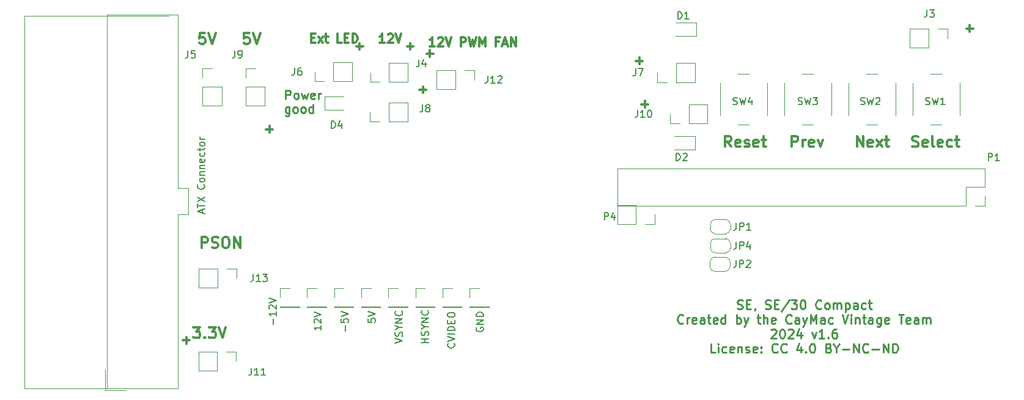
<source format=gbr>
%TF.GenerationSoftware,KiCad,Pcbnew,8.0.3*%
%TF.CreationDate,2024-11-03T20:58:56+01:00*%
%TF.ProjectId,Rev2_RGB2HDMI,52657632-5f52-4474-9232-48444d492e6b,rev?*%
%TF.SameCoordinates,Original*%
%TF.FileFunction,Legend,Top*%
%TF.FilePolarity,Positive*%
%FSLAX46Y46*%
G04 Gerber Fmt 4.6, Leading zero omitted, Abs format (unit mm)*
G04 Created by KiCad (PCBNEW 8.0.3) date 2024-11-03 20:58:56*
%MOMM*%
%LPD*%
G01*
G04 APERTURE LIST*
%ADD10C,0.100100*%
%ADD11C,0.250000*%
%ADD12C,0.300000*%
%ADD13C,0.150000*%
%ADD14C,0.120000*%
G04 APERTURE END LIST*
D10*
X94997205Y-97767315D02*
X75061255Y-97767315D01*
X75061255Y-97767315D02*
X75061255Y-46167465D01*
X75061255Y-46167465D02*
X94997205Y-46167465D01*
D11*
X173773810Y-86737210D02*
X173952381Y-86796733D01*
X173952381Y-86796733D02*
X174250000Y-86796733D01*
X174250000Y-86796733D02*
X174369048Y-86737210D01*
X174369048Y-86737210D02*
X174428572Y-86677686D01*
X174428572Y-86677686D02*
X174488095Y-86558638D01*
X174488095Y-86558638D02*
X174488095Y-86439590D01*
X174488095Y-86439590D02*
X174428572Y-86320543D01*
X174428572Y-86320543D02*
X174369048Y-86261019D01*
X174369048Y-86261019D02*
X174250000Y-86201495D01*
X174250000Y-86201495D02*
X174011905Y-86141971D01*
X174011905Y-86141971D02*
X173892857Y-86082448D01*
X173892857Y-86082448D02*
X173833334Y-86022924D01*
X173833334Y-86022924D02*
X173773810Y-85903876D01*
X173773810Y-85903876D02*
X173773810Y-85784829D01*
X173773810Y-85784829D02*
X173833334Y-85665781D01*
X173833334Y-85665781D02*
X173892857Y-85606257D01*
X173892857Y-85606257D02*
X174011905Y-85546733D01*
X174011905Y-85546733D02*
X174309524Y-85546733D01*
X174309524Y-85546733D02*
X174488095Y-85606257D01*
X175023810Y-86141971D02*
X175440476Y-86141971D01*
X175619048Y-86796733D02*
X175023810Y-86796733D01*
X175023810Y-86796733D02*
X175023810Y-85546733D01*
X175023810Y-85546733D02*
X175619048Y-85546733D01*
X176214285Y-86737210D02*
X176214285Y-86796733D01*
X176214285Y-86796733D02*
X176154762Y-86915781D01*
X176154762Y-86915781D02*
X176095238Y-86975305D01*
X177642857Y-86737210D02*
X177821428Y-86796733D01*
X177821428Y-86796733D02*
X178119047Y-86796733D01*
X178119047Y-86796733D02*
X178238095Y-86737210D01*
X178238095Y-86737210D02*
X178297619Y-86677686D01*
X178297619Y-86677686D02*
X178357142Y-86558638D01*
X178357142Y-86558638D02*
X178357142Y-86439590D01*
X178357142Y-86439590D02*
X178297619Y-86320543D01*
X178297619Y-86320543D02*
X178238095Y-86261019D01*
X178238095Y-86261019D02*
X178119047Y-86201495D01*
X178119047Y-86201495D02*
X177880952Y-86141971D01*
X177880952Y-86141971D02*
X177761904Y-86082448D01*
X177761904Y-86082448D02*
X177702381Y-86022924D01*
X177702381Y-86022924D02*
X177642857Y-85903876D01*
X177642857Y-85903876D02*
X177642857Y-85784829D01*
X177642857Y-85784829D02*
X177702381Y-85665781D01*
X177702381Y-85665781D02*
X177761904Y-85606257D01*
X177761904Y-85606257D02*
X177880952Y-85546733D01*
X177880952Y-85546733D02*
X178178571Y-85546733D01*
X178178571Y-85546733D02*
X178357142Y-85606257D01*
X178892857Y-86141971D02*
X179309523Y-86141971D01*
X179488095Y-86796733D02*
X178892857Y-86796733D01*
X178892857Y-86796733D02*
X178892857Y-85546733D01*
X178892857Y-85546733D02*
X179488095Y-85546733D01*
X180916666Y-85487210D02*
X179845237Y-87094352D01*
X181214285Y-85546733D02*
X181988094Y-85546733D01*
X181988094Y-85546733D02*
X181571428Y-86022924D01*
X181571428Y-86022924D02*
X181749999Y-86022924D01*
X181749999Y-86022924D02*
X181869047Y-86082448D01*
X181869047Y-86082448D02*
X181928571Y-86141971D01*
X181928571Y-86141971D02*
X181988094Y-86261019D01*
X181988094Y-86261019D02*
X181988094Y-86558638D01*
X181988094Y-86558638D02*
X181928571Y-86677686D01*
X181928571Y-86677686D02*
X181869047Y-86737210D01*
X181869047Y-86737210D02*
X181749999Y-86796733D01*
X181749999Y-86796733D02*
X181392856Y-86796733D01*
X181392856Y-86796733D02*
X181273809Y-86737210D01*
X181273809Y-86737210D02*
X181214285Y-86677686D01*
X182761904Y-85546733D02*
X182880951Y-85546733D01*
X182880951Y-85546733D02*
X182999999Y-85606257D01*
X182999999Y-85606257D02*
X183059523Y-85665781D01*
X183059523Y-85665781D02*
X183119047Y-85784829D01*
X183119047Y-85784829D02*
X183178570Y-86022924D01*
X183178570Y-86022924D02*
X183178570Y-86320543D01*
X183178570Y-86320543D02*
X183119047Y-86558638D01*
X183119047Y-86558638D02*
X183059523Y-86677686D01*
X183059523Y-86677686D02*
X182999999Y-86737210D01*
X182999999Y-86737210D02*
X182880951Y-86796733D01*
X182880951Y-86796733D02*
X182761904Y-86796733D01*
X182761904Y-86796733D02*
X182642856Y-86737210D01*
X182642856Y-86737210D02*
X182583332Y-86677686D01*
X182583332Y-86677686D02*
X182523809Y-86558638D01*
X182523809Y-86558638D02*
X182464285Y-86320543D01*
X182464285Y-86320543D02*
X182464285Y-86022924D01*
X182464285Y-86022924D02*
X182523809Y-85784829D01*
X182523809Y-85784829D02*
X182583332Y-85665781D01*
X182583332Y-85665781D02*
X182642856Y-85606257D01*
X182642856Y-85606257D02*
X182761904Y-85546733D01*
X185380951Y-86677686D02*
X185321427Y-86737210D01*
X185321427Y-86737210D02*
X185142856Y-86796733D01*
X185142856Y-86796733D02*
X185023808Y-86796733D01*
X185023808Y-86796733D02*
X184845237Y-86737210D01*
X184845237Y-86737210D02*
X184726189Y-86618162D01*
X184726189Y-86618162D02*
X184666666Y-86499114D01*
X184666666Y-86499114D02*
X184607142Y-86261019D01*
X184607142Y-86261019D02*
X184607142Y-86082448D01*
X184607142Y-86082448D02*
X184666666Y-85844352D01*
X184666666Y-85844352D02*
X184726189Y-85725305D01*
X184726189Y-85725305D02*
X184845237Y-85606257D01*
X184845237Y-85606257D02*
X185023808Y-85546733D01*
X185023808Y-85546733D02*
X185142856Y-85546733D01*
X185142856Y-85546733D02*
X185321427Y-85606257D01*
X185321427Y-85606257D02*
X185380951Y-85665781D01*
X186095237Y-86796733D02*
X185976189Y-86737210D01*
X185976189Y-86737210D02*
X185916666Y-86677686D01*
X185916666Y-86677686D02*
X185857142Y-86558638D01*
X185857142Y-86558638D02*
X185857142Y-86201495D01*
X185857142Y-86201495D02*
X185916666Y-86082448D01*
X185916666Y-86082448D02*
X185976189Y-86022924D01*
X185976189Y-86022924D02*
X186095237Y-85963400D01*
X186095237Y-85963400D02*
X186273808Y-85963400D01*
X186273808Y-85963400D02*
X186392856Y-86022924D01*
X186392856Y-86022924D02*
X186452380Y-86082448D01*
X186452380Y-86082448D02*
X186511904Y-86201495D01*
X186511904Y-86201495D02*
X186511904Y-86558638D01*
X186511904Y-86558638D02*
X186452380Y-86677686D01*
X186452380Y-86677686D02*
X186392856Y-86737210D01*
X186392856Y-86737210D02*
X186273808Y-86796733D01*
X186273808Y-86796733D02*
X186095237Y-86796733D01*
X187047618Y-86796733D02*
X187047618Y-85963400D01*
X187047618Y-86082448D02*
X187107141Y-86022924D01*
X187107141Y-86022924D02*
X187226189Y-85963400D01*
X187226189Y-85963400D02*
X187404760Y-85963400D01*
X187404760Y-85963400D02*
X187523808Y-86022924D01*
X187523808Y-86022924D02*
X187583332Y-86141971D01*
X187583332Y-86141971D02*
X187583332Y-86796733D01*
X187583332Y-86141971D02*
X187642856Y-86022924D01*
X187642856Y-86022924D02*
X187761903Y-85963400D01*
X187761903Y-85963400D02*
X187940475Y-85963400D01*
X187940475Y-85963400D02*
X188059522Y-86022924D01*
X188059522Y-86022924D02*
X188119046Y-86141971D01*
X188119046Y-86141971D02*
X188119046Y-86796733D01*
X188714285Y-85963400D02*
X188714285Y-87213400D01*
X188714285Y-86022924D02*
X188833332Y-85963400D01*
X188833332Y-85963400D02*
X189071427Y-85963400D01*
X189071427Y-85963400D02*
X189190475Y-86022924D01*
X189190475Y-86022924D02*
X189249999Y-86082448D01*
X189249999Y-86082448D02*
X189309523Y-86201495D01*
X189309523Y-86201495D02*
X189309523Y-86558638D01*
X189309523Y-86558638D02*
X189249999Y-86677686D01*
X189249999Y-86677686D02*
X189190475Y-86737210D01*
X189190475Y-86737210D02*
X189071427Y-86796733D01*
X189071427Y-86796733D02*
X188833332Y-86796733D01*
X188833332Y-86796733D02*
X188714285Y-86737210D01*
X190380951Y-86796733D02*
X190380951Y-86141971D01*
X190380951Y-86141971D02*
X190321427Y-86022924D01*
X190321427Y-86022924D02*
X190202379Y-85963400D01*
X190202379Y-85963400D02*
X189964284Y-85963400D01*
X189964284Y-85963400D02*
X189845237Y-86022924D01*
X190380951Y-86737210D02*
X190261903Y-86796733D01*
X190261903Y-86796733D02*
X189964284Y-86796733D01*
X189964284Y-86796733D02*
X189845237Y-86737210D01*
X189845237Y-86737210D02*
X189785713Y-86618162D01*
X189785713Y-86618162D02*
X189785713Y-86499114D01*
X189785713Y-86499114D02*
X189845237Y-86380067D01*
X189845237Y-86380067D02*
X189964284Y-86320543D01*
X189964284Y-86320543D02*
X190261903Y-86320543D01*
X190261903Y-86320543D02*
X190380951Y-86261019D01*
X191511903Y-86737210D02*
X191392855Y-86796733D01*
X191392855Y-86796733D02*
X191154760Y-86796733D01*
X191154760Y-86796733D02*
X191035712Y-86737210D01*
X191035712Y-86737210D02*
X190976189Y-86677686D01*
X190976189Y-86677686D02*
X190916665Y-86558638D01*
X190916665Y-86558638D02*
X190916665Y-86201495D01*
X190916665Y-86201495D02*
X190976189Y-86082448D01*
X190976189Y-86082448D02*
X191035712Y-86022924D01*
X191035712Y-86022924D02*
X191154760Y-85963400D01*
X191154760Y-85963400D02*
X191392855Y-85963400D01*
X191392855Y-85963400D02*
X191511903Y-86022924D01*
X191869046Y-85963400D02*
X192345237Y-85963400D01*
X192047618Y-85546733D02*
X192047618Y-86618162D01*
X192047618Y-86618162D02*
X192107141Y-86737210D01*
X192107141Y-86737210D02*
X192226189Y-86796733D01*
X192226189Y-86796733D02*
X192345237Y-86796733D01*
X166244047Y-88690116D02*
X166184523Y-88749640D01*
X166184523Y-88749640D02*
X166005952Y-88809163D01*
X166005952Y-88809163D02*
X165886904Y-88809163D01*
X165886904Y-88809163D02*
X165708333Y-88749640D01*
X165708333Y-88749640D02*
X165589285Y-88630592D01*
X165589285Y-88630592D02*
X165529762Y-88511544D01*
X165529762Y-88511544D02*
X165470238Y-88273449D01*
X165470238Y-88273449D02*
X165470238Y-88094878D01*
X165470238Y-88094878D02*
X165529762Y-87856782D01*
X165529762Y-87856782D02*
X165589285Y-87737735D01*
X165589285Y-87737735D02*
X165708333Y-87618687D01*
X165708333Y-87618687D02*
X165886904Y-87559163D01*
X165886904Y-87559163D02*
X166005952Y-87559163D01*
X166005952Y-87559163D02*
X166184523Y-87618687D01*
X166184523Y-87618687D02*
X166244047Y-87678211D01*
X166779762Y-88809163D02*
X166779762Y-87975830D01*
X166779762Y-88213925D02*
X166839285Y-88094878D01*
X166839285Y-88094878D02*
X166898809Y-88035354D01*
X166898809Y-88035354D02*
X167017857Y-87975830D01*
X167017857Y-87975830D02*
X167136904Y-87975830D01*
X168029762Y-88749640D02*
X167910714Y-88809163D01*
X167910714Y-88809163D02*
X167672619Y-88809163D01*
X167672619Y-88809163D02*
X167553572Y-88749640D01*
X167553572Y-88749640D02*
X167494048Y-88630592D01*
X167494048Y-88630592D02*
X167494048Y-88154401D01*
X167494048Y-88154401D02*
X167553572Y-88035354D01*
X167553572Y-88035354D02*
X167672619Y-87975830D01*
X167672619Y-87975830D02*
X167910714Y-87975830D01*
X167910714Y-87975830D02*
X168029762Y-88035354D01*
X168029762Y-88035354D02*
X168089286Y-88154401D01*
X168089286Y-88154401D02*
X168089286Y-88273449D01*
X168089286Y-88273449D02*
X167494048Y-88392497D01*
X169160715Y-88809163D02*
X169160715Y-88154401D01*
X169160715Y-88154401D02*
X169101191Y-88035354D01*
X169101191Y-88035354D02*
X168982143Y-87975830D01*
X168982143Y-87975830D02*
X168744048Y-87975830D01*
X168744048Y-87975830D02*
X168625001Y-88035354D01*
X169160715Y-88749640D02*
X169041667Y-88809163D01*
X169041667Y-88809163D02*
X168744048Y-88809163D01*
X168744048Y-88809163D02*
X168625001Y-88749640D01*
X168625001Y-88749640D02*
X168565477Y-88630592D01*
X168565477Y-88630592D02*
X168565477Y-88511544D01*
X168565477Y-88511544D02*
X168625001Y-88392497D01*
X168625001Y-88392497D02*
X168744048Y-88332973D01*
X168744048Y-88332973D02*
X169041667Y-88332973D01*
X169041667Y-88332973D02*
X169160715Y-88273449D01*
X169577381Y-87975830D02*
X170053572Y-87975830D01*
X169755953Y-87559163D02*
X169755953Y-88630592D01*
X169755953Y-88630592D02*
X169815476Y-88749640D01*
X169815476Y-88749640D02*
X169934524Y-88809163D01*
X169934524Y-88809163D02*
X170053572Y-88809163D01*
X170946429Y-88749640D02*
X170827381Y-88809163D01*
X170827381Y-88809163D02*
X170589286Y-88809163D01*
X170589286Y-88809163D02*
X170470239Y-88749640D01*
X170470239Y-88749640D02*
X170410715Y-88630592D01*
X170410715Y-88630592D02*
X170410715Y-88154401D01*
X170410715Y-88154401D02*
X170470239Y-88035354D01*
X170470239Y-88035354D02*
X170589286Y-87975830D01*
X170589286Y-87975830D02*
X170827381Y-87975830D01*
X170827381Y-87975830D02*
X170946429Y-88035354D01*
X170946429Y-88035354D02*
X171005953Y-88154401D01*
X171005953Y-88154401D02*
X171005953Y-88273449D01*
X171005953Y-88273449D02*
X170410715Y-88392497D01*
X172077382Y-88809163D02*
X172077382Y-87559163D01*
X172077382Y-88749640D02*
X171958334Y-88809163D01*
X171958334Y-88809163D02*
X171720239Y-88809163D01*
X171720239Y-88809163D02*
X171601191Y-88749640D01*
X171601191Y-88749640D02*
X171541668Y-88690116D01*
X171541668Y-88690116D02*
X171482144Y-88571068D01*
X171482144Y-88571068D02*
X171482144Y-88213925D01*
X171482144Y-88213925D02*
X171541668Y-88094878D01*
X171541668Y-88094878D02*
X171601191Y-88035354D01*
X171601191Y-88035354D02*
X171720239Y-87975830D01*
X171720239Y-87975830D02*
X171958334Y-87975830D01*
X171958334Y-87975830D02*
X172077382Y-88035354D01*
X173625001Y-88809163D02*
X173625001Y-87559163D01*
X173625001Y-88035354D02*
X173744048Y-87975830D01*
X173744048Y-87975830D02*
X173982143Y-87975830D01*
X173982143Y-87975830D02*
X174101191Y-88035354D01*
X174101191Y-88035354D02*
X174160715Y-88094878D01*
X174160715Y-88094878D02*
X174220239Y-88213925D01*
X174220239Y-88213925D02*
X174220239Y-88571068D01*
X174220239Y-88571068D02*
X174160715Y-88690116D01*
X174160715Y-88690116D02*
X174101191Y-88749640D01*
X174101191Y-88749640D02*
X173982143Y-88809163D01*
X173982143Y-88809163D02*
X173744048Y-88809163D01*
X173744048Y-88809163D02*
X173625001Y-88749640D01*
X174636905Y-87975830D02*
X174934524Y-88809163D01*
X175232143Y-87975830D02*
X174934524Y-88809163D01*
X174934524Y-88809163D02*
X174815476Y-89106782D01*
X174815476Y-89106782D02*
X174755953Y-89166306D01*
X174755953Y-89166306D02*
X174636905Y-89225830D01*
X176482143Y-87975830D02*
X176958334Y-87975830D01*
X176660715Y-87559163D02*
X176660715Y-88630592D01*
X176660715Y-88630592D02*
X176720238Y-88749640D01*
X176720238Y-88749640D02*
X176839286Y-88809163D01*
X176839286Y-88809163D02*
X176958334Y-88809163D01*
X177375001Y-88809163D02*
X177375001Y-87559163D01*
X177910715Y-88809163D02*
X177910715Y-88154401D01*
X177910715Y-88154401D02*
X177851191Y-88035354D01*
X177851191Y-88035354D02*
X177732143Y-87975830D01*
X177732143Y-87975830D02*
X177553572Y-87975830D01*
X177553572Y-87975830D02*
X177434524Y-88035354D01*
X177434524Y-88035354D02*
X177375001Y-88094878D01*
X178982143Y-88749640D02*
X178863095Y-88809163D01*
X178863095Y-88809163D02*
X178625000Y-88809163D01*
X178625000Y-88809163D02*
X178505953Y-88749640D01*
X178505953Y-88749640D02*
X178446429Y-88630592D01*
X178446429Y-88630592D02*
X178446429Y-88154401D01*
X178446429Y-88154401D02*
X178505953Y-88035354D01*
X178505953Y-88035354D02*
X178625000Y-87975830D01*
X178625000Y-87975830D02*
X178863095Y-87975830D01*
X178863095Y-87975830D02*
X178982143Y-88035354D01*
X178982143Y-88035354D02*
X179041667Y-88154401D01*
X179041667Y-88154401D02*
X179041667Y-88273449D01*
X179041667Y-88273449D02*
X178446429Y-88392497D01*
X181244048Y-88690116D02*
X181184524Y-88749640D01*
X181184524Y-88749640D02*
X181005953Y-88809163D01*
X181005953Y-88809163D02*
X180886905Y-88809163D01*
X180886905Y-88809163D02*
X180708334Y-88749640D01*
X180708334Y-88749640D02*
X180589286Y-88630592D01*
X180589286Y-88630592D02*
X180529763Y-88511544D01*
X180529763Y-88511544D02*
X180470239Y-88273449D01*
X180470239Y-88273449D02*
X180470239Y-88094878D01*
X180470239Y-88094878D02*
X180529763Y-87856782D01*
X180529763Y-87856782D02*
X180589286Y-87737735D01*
X180589286Y-87737735D02*
X180708334Y-87618687D01*
X180708334Y-87618687D02*
X180886905Y-87559163D01*
X180886905Y-87559163D02*
X181005953Y-87559163D01*
X181005953Y-87559163D02*
X181184524Y-87618687D01*
X181184524Y-87618687D02*
X181244048Y-87678211D01*
X182315477Y-88809163D02*
X182315477Y-88154401D01*
X182315477Y-88154401D02*
X182255953Y-88035354D01*
X182255953Y-88035354D02*
X182136905Y-87975830D01*
X182136905Y-87975830D02*
X181898810Y-87975830D01*
X181898810Y-87975830D02*
X181779763Y-88035354D01*
X182315477Y-88749640D02*
X182196429Y-88809163D01*
X182196429Y-88809163D02*
X181898810Y-88809163D01*
X181898810Y-88809163D02*
X181779763Y-88749640D01*
X181779763Y-88749640D02*
X181720239Y-88630592D01*
X181720239Y-88630592D02*
X181720239Y-88511544D01*
X181720239Y-88511544D02*
X181779763Y-88392497D01*
X181779763Y-88392497D02*
X181898810Y-88332973D01*
X181898810Y-88332973D02*
X182196429Y-88332973D01*
X182196429Y-88332973D02*
X182315477Y-88273449D01*
X182791667Y-87975830D02*
X183089286Y-88809163D01*
X183386905Y-87975830D02*
X183089286Y-88809163D01*
X183089286Y-88809163D02*
X182970238Y-89106782D01*
X182970238Y-89106782D02*
X182910715Y-89166306D01*
X182910715Y-89166306D02*
X182791667Y-89225830D01*
X183863096Y-88809163D02*
X183863096Y-87559163D01*
X183863096Y-87559163D02*
X184279762Y-88452020D01*
X184279762Y-88452020D02*
X184696429Y-87559163D01*
X184696429Y-87559163D02*
X184696429Y-88809163D01*
X185827381Y-88809163D02*
X185827381Y-88154401D01*
X185827381Y-88154401D02*
X185767857Y-88035354D01*
X185767857Y-88035354D02*
X185648809Y-87975830D01*
X185648809Y-87975830D02*
X185410714Y-87975830D01*
X185410714Y-87975830D02*
X185291667Y-88035354D01*
X185827381Y-88749640D02*
X185708333Y-88809163D01*
X185708333Y-88809163D02*
X185410714Y-88809163D01*
X185410714Y-88809163D02*
X185291667Y-88749640D01*
X185291667Y-88749640D02*
X185232143Y-88630592D01*
X185232143Y-88630592D02*
X185232143Y-88511544D01*
X185232143Y-88511544D02*
X185291667Y-88392497D01*
X185291667Y-88392497D02*
X185410714Y-88332973D01*
X185410714Y-88332973D02*
X185708333Y-88332973D01*
X185708333Y-88332973D02*
X185827381Y-88273449D01*
X186958333Y-88749640D02*
X186839285Y-88809163D01*
X186839285Y-88809163D02*
X186601190Y-88809163D01*
X186601190Y-88809163D02*
X186482142Y-88749640D01*
X186482142Y-88749640D02*
X186422619Y-88690116D01*
X186422619Y-88690116D02*
X186363095Y-88571068D01*
X186363095Y-88571068D02*
X186363095Y-88213925D01*
X186363095Y-88213925D02*
X186422619Y-88094878D01*
X186422619Y-88094878D02*
X186482142Y-88035354D01*
X186482142Y-88035354D02*
X186601190Y-87975830D01*
X186601190Y-87975830D02*
X186839285Y-87975830D01*
X186839285Y-87975830D02*
X186958333Y-88035354D01*
X188267857Y-87559163D02*
X188684524Y-88809163D01*
X188684524Y-88809163D02*
X189101190Y-87559163D01*
X189517858Y-88809163D02*
X189517858Y-87975830D01*
X189517858Y-87559163D02*
X189458334Y-87618687D01*
X189458334Y-87618687D02*
X189517858Y-87678211D01*
X189517858Y-87678211D02*
X189577381Y-87618687D01*
X189577381Y-87618687D02*
X189517858Y-87559163D01*
X189517858Y-87559163D02*
X189517858Y-87678211D01*
X190113096Y-87975830D02*
X190113096Y-88809163D01*
X190113096Y-88094878D02*
X190172619Y-88035354D01*
X190172619Y-88035354D02*
X190291667Y-87975830D01*
X190291667Y-87975830D02*
X190470238Y-87975830D01*
X190470238Y-87975830D02*
X190589286Y-88035354D01*
X190589286Y-88035354D02*
X190648810Y-88154401D01*
X190648810Y-88154401D02*
X190648810Y-88809163D01*
X191065476Y-87975830D02*
X191541667Y-87975830D01*
X191244048Y-87559163D02*
X191244048Y-88630592D01*
X191244048Y-88630592D02*
X191303571Y-88749640D01*
X191303571Y-88749640D02*
X191422619Y-88809163D01*
X191422619Y-88809163D02*
X191541667Y-88809163D01*
X192494048Y-88809163D02*
X192494048Y-88154401D01*
X192494048Y-88154401D02*
X192434524Y-88035354D01*
X192434524Y-88035354D02*
X192315476Y-87975830D01*
X192315476Y-87975830D02*
X192077381Y-87975830D01*
X192077381Y-87975830D02*
X191958334Y-88035354D01*
X192494048Y-88749640D02*
X192375000Y-88809163D01*
X192375000Y-88809163D02*
X192077381Y-88809163D01*
X192077381Y-88809163D02*
X191958334Y-88749640D01*
X191958334Y-88749640D02*
X191898810Y-88630592D01*
X191898810Y-88630592D02*
X191898810Y-88511544D01*
X191898810Y-88511544D02*
X191958334Y-88392497D01*
X191958334Y-88392497D02*
X192077381Y-88332973D01*
X192077381Y-88332973D02*
X192375000Y-88332973D01*
X192375000Y-88332973D02*
X192494048Y-88273449D01*
X193625000Y-87975830D02*
X193625000Y-88987735D01*
X193625000Y-88987735D02*
X193565476Y-89106782D01*
X193565476Y-89106782D02*
X193505952Y-89166306D01*
X193505952Y-89166306D02*
X193386905Y-89225830D01*
X193386905Y-89225830D02*
X193208333Y-89225830D01*
X193208333Y-89225830D02*
X193089286Y-89166306D01*
X193625000Y-88749640D02*
X193505952Y-88809163D01*
X193505952Y-88809163D02*
X193267857Y-88809163D01*
X193267857Y-88809163D02*
X193148809Y-88749640D01*
X193148809Y-88749640D02*
X193089286Y-88690116D01*
X193089286Y-88690116D02*
X193029762Y-88571068D01*
X193029762Y-88571068D02*
X193029762Y-88213925D01*
X193029762Y-88213925D02*
X193089286Y-88094878D01*
X193089286Y-88094878D02*
X193148809Y-88035354D01*
X193148809Y-88035354D02*
X193267857Y-87975830D01*
X193267857Y-87975830D02*
X193505952Y-87975830D01*
X193505952Y-87975830D02*
X193625000Y-88035354D01*
X194696428Y-88749640D02*
X194577380Y-88809163D01*
X194577380Y-88809163D02*
X194339285Y-88809163D01*
X194339285Y-88809163D02*
X194220238Y-88749640D01*
X194220238Y-88749640D02*
X194160714Y-88630592D01*
X194160714Y-88630592D02*
X194160714Y-88154401D01*
X194160714Y-88154401D02*
X194220238Y-88035354D01*
X194220238Y-88035354D02*
X194339285Y-87975830D01*
X194339285Y-87975830D02*
X194577380Y-87975830D01*
X194577380Y-87975830D02*
X194696428Y-88035354D01*
X194696428Y-88035354D02*
X194755952Y-88154401D01*
X194755952Y-88154401D02*
X194755952Y-88273449D01*
X194755952Y-88273449D02*
X194160714Y-88392497D01*
X196065476Y-87559163D02*
X196779762Y-87559163D01*
X196422619Y-88809163D02*
X196422619Y-87559163D01*
X197672619Y-88749640D02*
X197553571Y-88809163D01*
X197553571Y-88809163D02*
X197315476Y-88809163D01*
X197315476Y-88809163D02*
X197196429Y-88749640D01*
X197196429Y-88749640D02*
X197136905Y-88630592D01*
X197136905Y-88630592D02*
X197136905Y-88154401D01*
X197136905Y-88154401D02*
X197196429Y-88035354D01*
X197196429Y-88035354D02*
X197315476Y-87975830D01*
X197315476Y-87975830D02*
X197553571Y-87975830D01*
X197553571Y-87975830D02*
X197672619Y-88035354D01*
X197672619Y-88035354D02*
X197732143Y-88154401D01*
X197732143Y-88154401D02*
X197732143Y-88273449D01*
X197732143Y-88273449D02*
X197136905Y-88392497D01*
X198803572Y-88809163D02*
X198803572Y-88154401D01*
X198803572Y-88154401D02*
X198744048Y-88035354D01*
X198744048Y-88035354D02*
X198625000Y-87975830D01*
X198625000Y-87975830D02*
X198386905Y-87975830D01*
X198386905Y-87975830D02*
X198267858Y-88035354D01*
X198803572Y-88749640D02*
X198684524Y-88809163D01*
X198684524Y-88809163D02*
X198386905Y-88809163D01*
X198386905Y-88809163D02*
X198267858Y-88749640D01*
X198267858Y-88749640D02*
X198208334Y-88630592D01*
X198208334Y-88630592D02*
X198208334Y-88511544D01*
X198208334Y-88511544D02*
X198267858Y-88392497D01*
X198267858Y-88392497D02*
X198386905Y-88332973D01*
X198386905Y-88332973D02*
X198684524Y-88332973D01*
X198684524Y-88332973D02*
X198803572Y-88273449D01*
X199398810Y-88809163D02*
X199398810Y-87975830D01*
X199398810Y-88094878D02*
X199458333Y-88035354D01*
X199458333Y-88035354D02*
X199577381Y-87975830D01*
X199577381Y-87975830D02*
X199755952Y-87975830D01*
X199755952Y-87975830D02*
X199875000Y-88035354D01*
X199875000Y-88035354D02*
X199934524Y-88154401D01*
X199934524Y-88154401D02*
X199934524Y-88809163D01*
X199934524Y-88154401D02*
X199994048Y-88035354D01*
X199994048Y-88035354D02*
X200113095Y-87975830D01*
X200113095Y-87975830D02*
X200291667Y-87975830D01*
X200291667Y-87975830D02*
X200410714Y-88035354D01*
X200410714Y-88035354D02*
X200470238Y-88154401D01*
X200470238Y-88154401D02*
X200470238Y-88809163D01*
X178416667Y-89690641D02*
X178476191Y-89631117D01*
X178476191Y-89631117D02*
X178595238Y-89571593D01*
X178595238Y-89571593D02*
X178892857Y-89571593D01*
X178892857Y-89571593D02*
X179011905Y-89631117D01*
X179011905Y-89631117D02*
X179071429Y-89690641D01*
X179071429Y-89690641D02*
X179130952Y-89809689D01*
X179130952Y-89809689D02*
X179130952Y-89928736D01*
X179130952Y-89928736D02*
X179071429Y-90107308D01*
X179071429Y-90107308D02*
X178357143Y-90821593D01*
X178357143Y-90821593D02*
X179130952Y-90821593D01*
X179904762Y-89571593D02*
X180023809Y-89571593D01*
X180023809Y-89571593D02*
X180142857Y-89631117D01*
X180142857Y-89631117D02*
X180202381Y-89690641D01*
X180202381Y-89690641D02*
X180261905Y-89809689D01*
X180261905Y-89809689D02*
X180321428Y-90047784D01*
X180321428Y-90047784D02*
X180321428Y-90345403D01*
X180321428Y-90345403D02*
X180261905Y-90583498D01*
X180261905Y-90583498D02*
X180202381Y-90702546D01*
X180202381Y-90702546D02*
X180142857Y-90762070D01*
X180142857Y-90762070D02*
X180023809Y-90821593D01*
X180023809Y-90821593D02*
X179904762Y-90821593D01*
X179904762Y-90821593D02*
X179785714Y-90762070D01*
X179785714Y-90762070D02*
X179726190Y-90702546D01*
X179726190Y-90702546D02*
X179666667Y-90583498D01*
X179666667Y-90583498D02*
X179607143Y-90345403D01*
X179607143Y-90345403D02*
X179607143Y-90047784D01*
X179607143Y-90047784D02*
X179666667Y-89809689D01*
X179666667Y-89809689D02*
X179726190Y-89690641D01*
X179726190Y-89690641D02*
X179785714Y-89631117D01*
X179785714Y-89631117D02*
X179904762Y-89571593D01*
X180797619Y-89690641D02*
X180857143Y-89631117D01*
X180857143Y-89631117D02*
X180976190Y-89571593D01*
X180976190Y-89571593D02*
X181273809Y-89571593D01*
X181273809Y-89571593D02*
X181392857Y-89631117D01*
X181392857Y-89631117D02*
X181452381Y-89690641D01*
X181452381Y-89690641D02*
X181511904Y-89809689D01*
X181511904Y-89809689D02*
X181511904Y-89928736D01*
X181511904Y-89928736D02*
X181452381Y-90107308D01*
X181452381Y-90107308D02*
X180738095Y-90821593D01*
X180738095Y-90821593D02*
X181511904Y-90821593D01*
X182583333Y-89988260D02*
X182583333Y-90821593D01*
X182285714Y-89512070D02*
X181988095Y-90404927D01*
X181988095Y-90404927D02*
X182761904Y-90404927D01*
X184071428Y-89988260D02*
X184369047Y-90821593D01*
X184369047Y-90821593D02*
X184666666Y-89988260D01*
X185797618Y-90821593D02*
X185083333Y-90821593D01*
X185440476Y-90821593D02*
X185440476Y-89571593D01*
X185440476Y-89571593D02*
X185321428Y-89750165D01*
X185321428Y-89750165D02*
X185202380Y-89869212D01*
X185202380Y-89869212D02*
X185083333Y-89928736D01*
X186333333Y-90702546D02*
X186392856Y-90762070D01*
X186392856Y-90762070D02*
X186333333Y-90821593D01*
X186333333Y-90821593D02*
X186273809Y-90762070D01*
X186273809Y-90762070D02*
X186333333Y-90702546D01*
X186333333Y-90702546D02*
X186333333Y-90821593D01*
X187464285Y-89571593D02*
X187226190Y-89571593D01*
X187226190Y-89571593D02*
X187107142Y-89631117D01*
X187107142Y-89631117D02*
X187047618Y-89690641D01*
X187047618Y-89690641D02*
X186928571Y-89869212D01*
X186928571Y-89869212D02*
X186869047Y-90107308D01*
X186869047Y-90107308D02*
X186869047Y-90583498D01*
X186869047Y-90583498D02*
X186928571Y-90702546D01*
X186928571Y-90702546D02*
X186988094Y-90762070D01*
X186988094Y-90762070D02*
X187107142Y-90821593D01*
X187107142Y-90821593D02*
X187345237Y-90821593D01*
X187345237Y-90821593D02*
X187464285Y-90762070D01*
X187464285Y-90762070D02*
X187523809Y-90702546D01*
X187523809Y-90702546D02*
X187583332Y-90583498D01*
X187583332Y-90583498D02*
X187583332Y-90285879D01*
X187583332Y-90285879D02*
X187523809Y-90166831D01*
X187523809Y-90166831D02*
X187464285Y-90107308D01*
X187464285Y-90107308D02*
X187345237Y-90047784D01*
X187345237Y-90047784D02*
X187107142Y-90047784D01*
X187107142Y-90047784D02*
X186988094Y-90107308D01*
X186988094Y-90107308D02*
X186928571Y-90166831D01*
X186928571Y-90166831D02*
X186869047Y-90285879D01*
X170678571Y-92834023D02*
X170083333Y-92834023D01*
X170083333Y-92834023D02*
X170083333Y-91584023D01*
X171095238Y-92834023D02*
X171095238Y-92000690D01*
X171095238Y-91584023D02*
X171035714Y-91643547D01*
X171035714Y-91643547D02*
X171095238Y-91703071D01*
X171095238Y-91703071D02*
X171154761Y-91643547D01*
X171154761Y-91643547D02*
X171095238Y-91584023D01*
X171095238Y-91584023D02*
X171095238Y-91703071D01*
X172226190Y-92774500D02*
X172107142Y-92834023D01*
X172107142Y-92834023D02*
X171869047Y-92834023D01*
X171869047Y-92834023D02*
X171749999Y-92774500D01*
X171749999Y-92774500D02*
X171690476Y-92714976D01*
X171690476Y-92714976D02*
X171630952Y-92595928D01*
X171630952Y-92595928D02*
X171630952Y-92238785D01*
X171630952Y-92238785D02*
X171690476Y-92119738D01*
X171690476Y-92119738D02*
X171749999Y-92060214D01*
X171749999Y-92060214D02*
X171869047Y-92000690D01*
X171869047Y-92000690D02*
X172107142Y-92000690D01*
X172107142Y-92000690D02*
X172226190Y-92060214D01*
X173238095Y-92774500D02*
X173119047Y-92834023D01*
X173119047Y-92834023D02*
X172880952Y-92834023D01*
X172880952Y-92834023D02*
X172761905Y-92774500D01*
X172761905Y-92774500D02*
X172702381Y-92655452D01*
X172702381Y-92655452D02*
X172702381Y-92179261D01*
X172702381Y-92179261D02*
X172761905Y-92060214D01*
X172761905Y-92060214D02*
X172880952Y-92000690D01*
X172880952Y-92000690D02*
X173119047Y-92000690D01*
X173119047Y-92000690D02*
X173238095Y-92060214D01*
X173238095Y-92060214D02*
X173297619Y-92179261D01*
X173297619Y-92179261D02*
X173297619Y-92298309D01*
X173297619Y-92298309D02*
X172702381Y-92417357D01*
X173833334Y-92000690D02*
X173833334Y-92834023D01*
X173833334Y-92119738D02*
X173892857Y-92060214D01*
X173892857Y-92060214D02*
X174011905Y-92000690D01*
X174011905Y-92000690D02*
X174190476Y-92000690D01*
X174190476Y-92000690D02*
X174309524Y-92060214D01*
X174309524Y-92060214D02*
X174369048Y-92179261D01*
X174369048Y-92179261D02*
X174369048Y-92834023D01*
X174904762Y-92774500D02*
X175023809Y-92834023D01*
X175023809Y-92834023D02*
X175261905Y-92834023D01*
X175261905Y-92834023D02*
X175380952Y-92774500D01*
X175380952Y-92774500D02*
X175440476Y-92655452D01*
X175440476Y-92655452D02*
X175440476Y-92595928D01*
X175440476Y-92595928D02*
X175380952Y-92476880D01*
X175380952Y-92476880D02*
X175261905Y-92417357D01*
X175261905Y-92417357D02*
X175083333Y-92417357D01*
X175083333Y-92417357D02*
X174964286Y-92357833D01*
X174964286Y-92357833D02*
X174904762Y-92238785D01*
X174904762Y-92238785D02*
X174904762Y-92179261D01*
X174904762Y-92179261D02*
X174964286Y-92060214D01*
X174964286Y-92060214D02*
X175083333Y-92000690D01*
X175083333Y-92000690D02*
X175261905Y-92000690D01*
X175261905Y-92000690D02*
X175380952Y-92060214D01*
X176452381Y-92774500D02*
X176333333Y-92834023D01*
X176333333Y-92834023D02*
X176095238Y-92834023D01*
X176095238Y-92834023D02*
X175976191Y-92774500D01*
X175976191Y-92774500D02*
X175916667Y-92655452D01*
X175916667Y-92655452D02*
X175916667Y-92179261D01*
X175916667Y-92179261D02*
X175976191Y-92060214D01*
X175976191Y-92060214D02*
X176095238Y-92000690D01*
X176095238Y-92000690D02*
X176333333Y-92000690D01*
X176333333Y-92000690D02*
X176452381Y-92060214D01*
X176452381Y-92060214D02*
X176511905Y-92179261D01*
X176511905Y-92179261D02*
X176511905Y-92298309D01*
X176511905Y-92298309D02*
X175916667Y-92417357D01*
X177047620Y-92714976D02*
X177107143Y-92774500D01*
X177107143Y-92774500D02*
X177047620Y-92834023D01*
X177047620Y-92834023D02*
X176988096Y-92774500D01*
X176988096Y-92774500D02*
X177047620Y-92714976D01*
X177047620Y-92714976D02*
X177047620Y-92834023D01*
X177047620Y-92060214D02*
X177107143Y-92119738D01*
X177107143Y-92119738D02*
X177047620Y-92179261D01*
X177047620Y-92179261D02*
X176988096Y-92119738D01*
X176988096Y-92119738D02*
X177047620Y-92060214D01*
X177047620Y-92060214D02*
X177047620Y-92179261D01*
X179309524Y-92714976D02*
X179250000Y-92774500D01*
X179250000Y-92774500D02*
X179071429Y-92834023D01*
X179071429Y-92834023D02*
X178952381Y-92834023D01*
X178952381Y-92834023D02*
X178773810Y-92774500D01*
X178773810Y-92774500D02*
X178654762Y-92655452D01*
X178654762Y-92655452D02*
X178595239Y-92536404D01*
X178595239Y-92536404D02*
X178535715Y-92298309D01*
X178535715Y-92298309D02*
X178535715Y-92119738D01*
X178535715Y-92119738D02*
X178595239Y-91881642D01*
X178595239Y-91881642D02*
X178654762Y-91762595D01*
X178654762Y-91762595D02*
X178773810Y-91643547D01*
X178773810Y-91643547D02*
X178952381Y-91584023D01*
X178952381Y-91584023D02*
X179071429Y-91584023D01*
X179071429Y-91584023D02*
X179250000Y-91643547D01*
X179250000Y-91643547D02*
X179309524Y-91703071D01*
X180559524Y-92714976D02*
X180500000Y-92774500D01*
X180500000Y-92774500D02*
X180321429Y-92834023D01*
X180321429Y-92834023D02*
X180202381Y-92834023D01*
X180202381Y-92834023D02*
X180023810Y-92774500D01*
X180023810Y-92774500D02*
X179904762Y-92655452D01*
X179904762Y-92655452D02*
X179845239Y-92536404D01*
X179845239Y-92536404D02*
X179785715Y-92298309D01*
X179785715Y-92298309D02*
X179785715Y-92119738D01*
X179785715Y-92119738D02*
X179845239Y-91881642D01*
X179845239Y-91881642D02*
X179904762Y-91762595D01*
X179904762Y-91762595D02*
X180023810Y-91643547D01*
X180023810Y-91643547D02*
X180202381Y-91584023D01*
X180202381Y-91584023D02*
X180321429Y-91584023D01*
X180321429Y-91584023D02*
X180500000Y-91643547D01*
X180500000Y-91643547D02*
X180559524Y-91703071D01*
X182583334Y-92000690D02*
X182583334Y-92834023D01*
X182285715Y-91524500D02*
X181988096Y-92417357D01*
X181988096Y-92417357D02*
X182761905Y-92417357D01*
X183238096Y-92714976D02*
X183297619Y-92774500D01*
X183297619Y-92774500D02*
X183238096Y-92834023D01*
X183238096Y-92834023D02*
X183178572Y-92774500D01*
X183178572Y-92774500D02*
X183238096Y-92714976D01*
X183238096Y-92714976D02*
X183238096Y-92834023D01*
X184071429Y-91584023D02*
X184190476Y-91584023D01*
X184190476Y-91584023D02*
X184309524Y-91643547D01*
X184309524Y-91643547D02*
X184369048Y-91703071D01*
X184369048Y-91703071D02*
X184428572Y-91822119D01*
X184428572Y-91822119D02*
X184488095Y-92060214D01*
X184488095Y-92060214D02*
X184488095Y-92357833D01*
X184488095Y-92357833D02*
X184428572Y-92595928D01*
X184428572Y-92595928D02*
X184369048Y-92714976D01*
X184369048Y-92714976D02*
X184309524Y-92774500D01*
X184309524Y-92774500D02*
X184190476Y-92834023D01*
X184190476Y-92834023D02*
X184071429Y-92834023D01*
X184071429Y-92834023D02*
X183952381Y-92774500D01*
X183952381Y-92774500D02*
X183892857Y-92714976D01*
X183892857Y-92714976D02*
X183833334Y-92595928D01*
X183833334Y-92595928D02*
X183773810Y-92357833D01*
X183773810Y-92357833D02*
X183773810Y-92060214D01*
X183773810Y-92060214D02*
X183833334Y-91822119D01*
X183833334Y-91822119D02*
X183892857Y-91703071D01*
X183892857Y-91703071D02*
X183952381Y-91643547D01*
X183952381Y-91643547D02*
X184071429Y-91584023D01*
X186392857Y-92179261D02*
X186571429Y-92238785D01*
X186571429Y-92238785D02*
X186630952Y-92298309D01*
X186630952Y-92298309D02*
X186690476Y-92417357D01*
X186690476Y-92417357D02*
X186690476Y-92595928D01*
X186690476Y-92595928D02*
X186630952Y-92714976D01*
X186630952Y-92714976D02*
X186571429Y-92774500D01*
X186571429Y-92774500D02*
X186452381Y-92834023D01*
X186452381Y-92834023D02*
X185976191Y-92834023D01*
X185976191Y-92834023D02*
X185976191Y-91584023D01*
X185976191Y-91584023D02*
X186392857Y-91584023D01*
X186392857Y-91584023D02*
X186511905Y-91643547D01*
X186511905Y-91643547D02*
X186571429Y-91703071D01*
X186571429Y-91703071D02*
X186630952Y-91822119D01*
X186630952Y-91822119D02*
X186630952Y-91941166D01*
X186630952Y-91941166D02*
X186571429Y-92060214D01*
X186571429Y-92060214D02*
X186511905Y-92119738D01*
X186511905Y-92119738D02*
X186392857Y-92179261D01*
X186392857Y-92179261D02*
X185976191Y-92179261D01*
X187464286Y-92238785D02*
X187464286Y-92834023D01*
X187047619Y-91584023D02*
X187464286Y-92238785D01*
X187464286Y-92238785D02*
X187880952Y-91584023D01*
X188297620Y-92357833D02*
X189250001Y-92357833D01*
X189845239Y-92834023D02*
X189845239Y-91584023D01*
X189845239Y-91584023D02*
X190559524Y-92834023D01*
X190559524Y-92834023D02*
X190559524Y-91584023D01*
X191869048Y-92714976D02*
X191809524Y-92774500D01*
X191809524Y-92774500D02*
X191630953Y-92834023D01*
X191630953Y-92834023D02*
X191511905Y-92834023D01*
X191511905Y-92834023D02*
X191333334Y-92774500D01*
X191333334Y-92774500D02*
X191214286Y-92655452D01*
X191214286Y-92655452D02*
X191154763Y-92536404D01*
X191154763Y-92536404D02*
X191095239Y-92298309D01*
X191095239Y-92298309D02*
X191095239Y-92119738D01*
X191095239Y-92119738D02*
X191154763Y-91881642D01*
X191154763Y-91881642D02*
X191214286Y-91762595D01*
X191214286Y-91762595D02*
X191333334Y-91643547D01*
X191333334Y-91643547D02*
X191511905Y-91584023D01*
X191511905Y-91584023D02*
X191630953Y-91584023D01*
X191630953Y-91584023D02*
X191809524Y-91643547D01*
X191809524Y-91643547D02*
X191869048Y-91703071D01*
X192404763Y-92357833D02*
X193357144Y-92357833D01*
X193952382Y-92834023D02*
X193952382Y-91584023D01*
X193952382Y-91584023D02*
X194666667Y-92834023D01*
X194666667Y-92834023D02*
X194666667Y-91584023D01*
X195261906Y-92834023D02*
X195261906Y-91584023D01*
X195261906Y-91584023D02*
X195559525Y-91584023D01*
X195559525Y-91584023D02*
X195738096Y-91643547D01*
X195738096Y-91643547D02*
X195857144Y-91762595D01*
X195857144Y-91762595D02*
X195916667Y-91881642D01*
X195916667Y-91881642D02*
X195976191Y-92119738D01*
X195976191Y-92119738D02*
X195976191Y-92298309D01*
X195976191Y-92298309D02*
X195916667Y-92536404D01*
X195916667Y-92536404D02*
X195857144Y-92655452D01*
X195857144Y-92655452D02*
X195738096Y-92774500D01*
X195738096Y-92774500D02*
X195559525Y-92834023D01*
X195559525Y-92834023D02*
X195261906Y-92834023D01*
D12*
X96983082Y-91130400D02*
X97897368Y-91130400D01*
X97440225Y-91587542D02*
X97440225Y-90673257D01*
X129733082Y-56380400D02*
X130647368Y-56380400D01*
X130190225Y-56837542D02*
X130190225Y-55923257D01*
X108483082Y-61880400D02*
X109397368Y-61880400D01*
X108940225Y-62337542D02*
X108940225Y-61423257D01*
D13*
X130969819Y-91461068D02*
X129969819Y-91461068D01*
X130446009Y-91461068D02*
X130446009Y-90889640D01*
X130969819Y-90889640D02*
X129969819Y-90889640D01*
X130922200Y-90461068D02*
X130969819Y-90318211D01*
X130969819Y-90318211D02*
X130969819Y-90080116D01*
X130969819Y-90080116D02*
X130922200Y-89984878D01*
X130922200Y-89984878D02*
X130874580Y-89937259D01*
X130874580Y-89937259D02*
X130779342Y-89889640D01*
X130779342Y-89889640D02*
X130684104Y-89889640D01*
X130684104Y-89889640D02*
X130588866Y-89937259D01*
X130588866Y-89937259D02*
X130541247Y-89984878D01*
X130541247Y-89984878D02*
X130493628Y-90080116D01*
X130493628Y-90080116D02*
X130446009Y-90270592D01*
X130446009Y-90270592D02*
X130398390Y-90365830D01*
X130398390Y-90365830D02*
X130350771Y-90413449D01*
X130350771Y-90413449D02*
X130255533Y-90461068D01*
X130255533Y-90461068D02*
X130160295Y-90461068D01*
X130160295Y-90461068D02*
X130065057Y-90413449D01*
X130065057Y-90413449D02*
X130017438Y-90365830D01*
X130017438Y-90365830D02*
X129969819Y-90270592D01*
X129969819Y-90270592D02*
X129969819Y-90032497D01*
X129969819Y-90032497D02*
X130017438Y-89889640D01*
X130493628Y-89270592D02*
X130969819Y-89270592D01*
X129969819Y-89603925D02*
X130493628Y-89270592D01*
X130493628Y-89270592D02*
X129969819Y-88937259D01*
X130969819Y-88603925D02*
X129969819Y-88603925D01*
X129969819Y-88603925D02*
X130969819Y-88032497D01*
X130969819Y-88032497D02*
X129969819Y-88032497D01*
X130874580Y-86984878D02*
X130922200Y-87032497D01*
X130922200Y-87032497D02*
X130969819Y-87175354D01*
X130969819Y-87175354D02*
X130969819Y-87270592D01*
X130969819Y-87270592D02*
X130922200Y-87413449D01*
X130922200Y-87413449D02*
X130826961Y-87508687D01*
X130826961Y-87508687D02*
X130731723Y-87556306D01*
X130731723Y-87556306D02*
X130541247Y-87603925D01*
X130541247Y-87603925D02*
X130398390Y-87603925D01*
X130398390Y-87603925D02*
X130207914Y-87556306D01*
X130207914Y-87556306D02*
X130112676Y-87508687D01*
X130112676Y-87508687D02*
X130017438Y-87413449D01*
X130017438Y-87413449D02*
X129969819Y-87270592D01*
X129969819Y-87270592D02*
X129969819Y-87175354D01*
X129969819Y-87175354D02*
X130017438Y-87032497D01*
X130017438Y-87032497D02*
X130065057Y-86984878D01*
D12*
X130733082Y-51380400D02*
X131647368Y-51380400D01*
X131190225Y-51837542D02*
X131190225Y-50923257D01*
D13*
X109488866Y-88913220D02*
X109488866Y-88151316D01*
X109869819Y-87151316D02*
X109869819Y-87722744D01*
X109869819Y-87437030D02*
X108869819Y-87437030D01*
X108869819Y-87437030D02*
X109012676Y-87532268D01*
X109012676Y-87532268D02*
X109107914Y-87627506D01*
X109107914Y-87627506D02*
X109155533Y-87722744D01*
X108965057Y-86770363D02*
X108917438Y-86722744D01*
X108917438Y-86722744D02*
X108869819Y-86627506D01*
X108869819Y-86627506D02*
X108869819Y-86389411D01*
X108869819Y-86389411D02*
X108917438Y-86294173D01*
X108917438Y-86294173D02*
X108965057Y-86246554D01*
X108965057Y-86246554D02*
X109060295Y-86198935D01*
X109060295Y-86198935D02*
X109155533Y-86198935D01*
X109155533Y-86198935D02*
X109298390Y-86246554D01*
X109298390Y-86246554D02*
X109869819Y-86817982D01*
X109869819Y-86817982D02*
X109869819Y-86198935D01*
X108869819Y-85913220D02*
X109869819Y-85579887D01*
X109869819Y-85579887D02*
X108869819Y-85246554D01*
X134524580Y-91539640D02*
X134572200Y-91587259D01*
X134572200Y-91587259D02*
X134619819Y-91730116D01*
X134619819Y-91730116D02*
X134619819Y-91825354D01*
X134619819Y-91825354D02*
X134572200Y-91968211D01*
X134572200Y-91968211D02*
X134476961Y-92063449D01*
X134476961Y-92063449D02*
X134381723Y-92111068D01*
X134381723Y-92111068D02*
X134191247Y-92158687D01*
X134191247Y-92158687D02*
X134048390Y-92158687D01*
X134048390Y-92158687D02*
X133857914Y-92111068D01*
X133857914Y-92111068D02*
X133762676Y-92063449D01*
X133762676Y-92063449D02*
X133667438Y-91968211D01*
X133667438Y-91968211D02*
X133619819Y-91825354D01*
X133619819Y-91825354D02*
X133619819Y-91730116D01*
X133619819Y-91730116D02*
X133667438Y-91587259D01*
X133667438Y-91587259D02*
X133715057Y-91539640D01*
X133619819Y-91253925D02*
X134619819Y-90920592D01*
X134619819Y-90920592D02*
X133619819Y-90587259D01*
X134619819Y-90253925D02*
X133619819Y-90253925D01*
X134619819Y-89777735D02*
X133619819Y-89777735D01*
X133619819Y-89777735D02*
X133619819Y-89539640D01*
X133619819Y-89539640D02*
X133667438Y-89396783D01*
X133667438Y-89396783D02*
X133762676Y-89301545D01*
X133762676Y-89301545D02*
X133857914Y-89253926D01*
X133857914Y-89253926D02*
X134048390Y-89206307D01*
X134048390Y-89206307D02*
X134191247Y-89206307D01*
X134191247Y-89206307D02*
X134381723Y-89253926D01*
X134381723Y-89253926D02*
X134476961Y-89301545D01*
X134476961Y-89301545D02*
X134572200Y-89396783D01*
X134572200Y-89396783D02*
X134619819Y-89539640D01*
X134619819Y-89539640D02*
X134619819Y-89777735D01*
X134096009Y-88777735D02*
X134096009Y-88444402D01*
X134619819Y-88301545D02*
X134619819Y-88777735D01*
X134619819Y-88777735D02*
X133619819Y-88777735D01*
X133619819Y-88777735D02*
X133619819Y-88301545D01*
X133619819Y-87682497D02*
X133619819Y-87492021D01*
X133619819Y-87492021D02*
X133667438Y-87396783D01*
X133667438Y-87396783D02*
X133762676Y-87301545D01*
X133762676Y-87301545D02*
X133953152Y-87253926D01*
X133953152Y-87253926D02*
X134286485Y-87253926D01*
X134286485Y-87253926D02*
X134476961Y-87301545D01*
X134476961Y-87301545D02*
X134572200Y-87396783D01*
X134572200Y-87396783D02*
X134619819Y-87492021D01*
X134619819Y-87492021D02*
X134619819Y-87682497D01*
X134619819Y-87682497D02*
X134572200Y-87777735D01*
X134572200Y-87777735D02*
X134476961Y-87872973D01*
X134476961Y-87872973D02*
X134286485Y-87920592D01*
X134286485Y-87920592D02*
X133953152Y-87920592D01*
X133953152Y-87920592D02*
X133762676Y-87872973D01*
X133762676Y-87872973D02*
X133667438Y-87777735D01*
X133667438Y-87777735D02*
X133619819Y-87682497D01*
D12*
X190304510Y-64300828D02*
X190304510Y-62800828D01*
X190304510Y-62800828D02*
X191161653Y-64300828D01*
X191161653Y-64300828D02*
X191161653Y-62800828D01*
X192447368Y-64229400D02*
X192304511Y-64300828D01*
X192304511Y-64300828D02*
X192018797Y-64300828D01*
X192018797Y-64300828D02*
X191875939Y-64229400D01*
X191875939Y-64229400D02*
X191804511Y-64086542D01*
X191804511Y-64086542D02*
X191804511Y-63515114D01*
X191804511Y-63515114D02*
X191875939Y-63372257D01*
X191875939Y-63372257D02*
X192018797Y-63300828D01*
X192018797Y-63300828D02*
X192304511Y-63300828D01*
X192304511Y-63300828D02*
X192447368Y-63372257D01*
X192447368Y-63372257D02*
X192518797Y-63515114D01*
X192518797Y-63515114D02*
X192518797Y-63657971D01*
X192518797Y-63657971D02*
X191804511Y-63800828D01*
X193018796Y-64300828D02*
X193804511Y-63300828D01*
X193018796Y-63300828D02*
X193804511Y-64300828D01*
X194161654Y-63300828D02*
X194733082Y-63300828D01*
X194375939Y-62800828D02*
X194375939Y-64086542D01*
X194375939Y-64086542D02*
X194447368Y-64229400D01*
X194447368Y-64229400D02*
X194590225Y-64300828D01*
X194590225Y-64300828D02*
X194733082Y-64300828D01*
X197983082Y-64229400D02*
X198197368Y-64300828D01*
X198197368Y-64300828D02*
X198554510Y-64300828D01*
X198554510Y-64300828D02*
X198697368Y-64229400D01*
X198697368Y-64229400D02*
X198768796Y-64157971D01*
X198768796Y-64157971D02*
X198840225Y-64015114D01*
X198840225Y-64015114D02*
X198840225Y-63872257D01*
X198840225Y-63872257D02*
X198768796Y-63729400D01*
X198768796Y-63729400D02*
X198697368Y-63657971D01*
X198697368Y-63657971D02*
X198554510Y-63586542D01*
X198554510Y-63586542D02*
X198268796Y-63515114D01*
X198268796Y-63515114D02*
X198125939Y-63443685D01*
X198125939Y-63443685D02*
X198054510Y-63372257D01*
X198054510Y-63372257D02*
X197983082Y-63229400D01*
X197983082Y-63229400D02*
X197983082Y-63086542D01*
X197983082Y-63086542D02*
X198054510Y-62943685D01*
X198054510Y-62943685D02*
X198125939Y-62872257D01*
X198125939Y-62872257D02*
X198268796Y-62800828D01*
X198268796Y-62800828D02*
X198625939Y-62800828D01*
X198625939Y-62800828D02*
X198840225Y-62872257D01*
X200054510Y-64229400D02*
X199911653Y-64300828D01*
X199911653Y-64300828D02*
X199625939Y-64300828D01*
X199625939Y-64300828D02*
X199483081Y-64229400D01*
X199483081Y-64229400D02*
X199411653Y-64086542D01*
X199411653Y-64086542D02*
X199411653Y-63515114D01*
X199411653Y-63515114D02*
X199483081Y-63372257D01*
X199483081Y-63372257D02*
X199625939Y-63300828D01*
X199625939Y-63300828D02*
X199911653Y-63300828D01*
X199911653Y-63300828D02*
X200054510Y-63372257D01*
X200054510Y-63372257D02*
X200125939Y-63515114D01*
X200125939Y-63515114D02*
X200125939Y-63657971D01*
X200125939Y-63657971D02*
X199411653Y-63800828D01*
X200983081Y-64300828D02*
X200840224Y-64229400D01*
X200840224Y-64229400D02*
X200768795Y-64086542D01*
X200768795Y-64086542D02*
X200768795Y-62800828D01*
X202125938Y-64229400D02*
X201983081Y-64300828D01*
X201983081Y-64300828D02*
X201697367Y-64300828D01*
X201697367Y-64300828D02*
X201554509Y-64229400D01*
X201554509Y-64229400D02*
X201483081Y-64086542D01*
X201483081Y-64086542D02*
X201483081Y-63515114D01*
X201483081Y-63515114D02*
X201554509Y-63372257D01*
X201554509Y-63372257D02*
X201697367Y-63300828D01*
X201697367Y-63300828D02*
X201983081Y-63300828D01*
X201983081Y-63300828D02*
X202125938Y-63372257D01*
X202125938Y-63372257D02*
X202197367Y-63515114D01*
X202197367Y-63515114D02*
X202197367Y-63657971D01*
X202197367Y-63657971D02*
X201483081Y-63800828D01*
X203483081Y-64229400D02*
X203340223Y-64300828D01*
X203340223Y-64300828D02*
X203054509Y-64300828D01*
X203054509Y-64300828D02*
X202911652Y-64229400D01*
X202911652Y-64229400D02*
X202840223Y-64157971D01*
X202840223Y-64157971D02*
X202768795Y-64015114D01*
X202768795Y-64015114D02*
X202768795Y-63586542D01*
X202768795Y-63586542D02*
X202840223Y-63443685D01*
X202840223Y-63443685D02*
X202911652Y-63372257D01*
X202911652Y-63372257D02*
X203054509Y-63300828D01*
X203054509Y-63300828D02*
X203340223Y-63300828D01*
X203340223Y-63300828D02*
X203483081Y-63372257D01*
X203911652Y-63300828D02*
X204483080Y-63300828D01*
X204125937Y-62800828D02*
X204125937Y-64086542D01*
X204125937Y-64086542D02*
X204197366Y-64229400D01*
X204197366Y-64229400D02*
X204340223Y-64300828D01*
X204340223Y-64300828D02*
X204483080Y-64300828D01*
X181304510Y-64300828D02*
X181304510Y-62800828D01*
X181304510Y-62800828D02*
X181875939Y-62800828D01*
X181875939Y-62800828D02*
X182018796Y-62872257D01*
X182018796Y-62872257D02*
X182090225Y-62943685D01*
X182090225Y-62943685D02*
X182161653Y-63086542D01*
X182161653Y-63086542D02*
X182161653Y-63300828D01*
X182161653Y-63300828D02*
X182090225Y-63443685D01*
X182090225Y-63443685D02*
X182018796Y-63515114D01*
X182018796Y-63515114D02*
X181875939Y-63586542D01*
X181875939Y-63586542D02*
X181304510Y-63586542D01*
X182804510Y-64300828D02*
X182804510Y-63300828D01*
X182804510Y-63586542D02*
X182875939Y-63443685D01*
X182875939Y-63443685D02*
X182947368Y-63372257D01*
X182947368Y-63372257D02*
X183090225Y-63300828D01*
X183090225Y-63300828D02*
X183233082Y-63300828D01*
X184304510Y-64229400D02*
X184161653Y-64300828D01*
X184161653Y-64300828D02*
X183875939Y-64300828D01*
X183875939Y-64300828D02*
X183733081Y-64229400D01*
X183733081Y-64229400D02*
X183661653Y-64086542D01*
X183661653Y-64086542D02*
X183661653Y-63515114D01*
X183661653Y-63515114D02*
X183733081Y-63372257D01*
X183733081Y-63372257D02*
X183875939Y-63300828D01*
X183875939Y-63300828D02*
X184161653Y-63300828D01*
X184161653Y-63300828D02*
X184304510Y-63372257D01*
X184304510Y-63372257D02*
X184375939Y-63515114D01*
X184375939Y-63515114D02*
X184375939Y-63657971D01*
X184375939Y-63657971D02*
X183661653Y-63800828D01*
X184875938Y-63300828D02*
X185233081Y-64300828D01*
X185233081Y-64300828D02*
X185590224Y-63300828D01*
X98411653Y-89300828D02*
X99340225Y-89300828D01*
X99340225Y-89300828D02*
X98840225Y-89872257D01*
X98840225Y-89872257D02*
X99054510Y-89872257D01*
X99054510Y-89872257D02*
X99197368Y-89943685D01*
X99197368Y-89943685D02*
X99268796Y-90015114D01*
X99268796Y-90015114D02*
X99340225Y-90157971D01*
X99340225Y-90157971D02*
X99340225Y-90515114D01*
X99340225Y-90515114D02*
X99268796Y-90657971D01*
X99268796Y-90657971D02*
X99197368Y-90729400D01*
X99197368Y-90729400D02*
X99054510Y-90800828D01*
X99054510Y-90800828D02*
X98625939Y-90800828D01*
X98625939Y-90800828D02*
X98483082Y-90729400D01*
X98483082Y-90729400D02*
X98411653Y-90657971D01*
X99983081Y-90657971D02*
X100054510Y-90729400D01*
X100054510Y-90729400D02*
X99983081Y-90800828D01*
X99983081Y-90800828D02*
X99911653Y-90729400D01*
X99911653Y-90729400D02*
X99983081Y-90657971D01*
X99983081Y-90657971D02*
X99983081Y-90800828D01*
X100554510Y-89300828D02*
X101483082Y-89300828D01*
X101483082Y-89300828D02*
X100983082Y-89872257D01*
X100983082Y-89872257D02*
X101197367Y-89872257D01*
X101197367Y-89872257D02*
X101340225Y-89943685D01*
X101340225Y-89943685D02*
X101411653Y-90015114D01*
X101411653Y-90015114D02*
X101483082Y-90157971D01*
X101483082Y-90157971D02*
X101483082Y-90515114D01*
X101483082Y-90515114D02*
X101411653Y-90657971D01*
X101411653Y-90657971D02*
X101340225Y-90729400D01*
X101340225Y-90729400D02*
X101197367Y-90800828D01*
X101197367Y-90800828D02*
X100768796Y-90800828D01*
X100768796Y-90800828D02*
X100625939Y-90729400D01*
X100625939Y-90729400D02*
X100554510Y-90657971D01*
X101911653Y-89300828D02*
X102411653Y-90800828D01*
X102411653Y-90800828D02*
X102911653Y-89300828D01*
X100018796Y-48550828D02*
X99304510Y-48550828D01*
X99304510Y-48550828D02*
X99233082Y-49265114D01*
X99233082Y-49265114D02*
X99304510Y-49193685D01*
X99304510Y-49193685D02*
X99447368Y-49122257D01*
X99447368Y-49122257D02*
X99804510Y-49122257D01*
X99804510Y-49122257D02*
X99947368Y-49193685D01*
X99947368Y-49193685D02*
X100018796Y-49265114D01*
X100018796Y-49265114D02*
X100090225Y-49407971D01*
X100090225Y-49407971D02*
X100090225Y-49765114D01*
X100090225Y-49765114D02*
X100018796Y-49907971D01*
X100018796Y-49907971D02*
X99947368Y-49979400D01*
X99947368Y-49979400D02*
X99804510Y-50050828D01*
X99804510Y-50050828D02*
X99447368Y-50050828D01*
X99447368Y-50050828D02*
X99304510Y-49979400D01*
X99304510Y-49979400D02*
X99233082Y-49907971D01*
X100518796Y-48550828D02*
X101018796Y-50050828D01*
X101018796Y-50050828D02*
X101518796Y-48550828D01*
X106161652Y-48550828D02*
X105447366Y-48550828D01*
X105447366Y-48550828D02*
X105375938Y-49265114D01*
X105375938Y-49265114D02*
X105447366Y-49193685D01*
X105447366Y-49193685D02*
X105590224Y-49122257D01*
X105590224Y-49122257D02*
X105947366Y-49122257D01*
X105947366Y-49122257D02*
X106090224Y-49193685D01*
X106090224Y-49193685D02*
X106161652Y-49265114D01*
X106161652Y-49265114D02*
X106233081Y-49407971D01*
X106233081Y-49407971D02*
X106233081Y-49765114D01*
X106233081Y-49765114D02*
X106161652Y-49907971D01*
X106161652Y-49907971D02*
X106090224Y-49979400D01*
X106090224Y-49979400D02*
X105947366Y-50050828D01*
X105947366Y-50050828D02*
X105590224Y-50050828D01*
X105590224Y-50050828D02*
X105447366Y-49979400D01*
X105447366Y-49979400D02*
X105375938Y-49907971D01*
X106661652Y-48550828D02*
X107161652Y-50050828D01*
X107161652Y-50050828D02*
X107661652Y-48550828D01*
X124911653Y-49837542D02*
X124225939Y-49837542D01*
X124568796Y-49837542D02*
X124568796Y-48637542D01*
X124568796Y-48637542D02*
X124454510Y-48808971D01*
X124454510Y-48808971D02*
X124340225Y-48923257D01*
X124340225Y-48923257D02*
X124225939Y-48980400D01*
X125368796Y-48751828D02*
X125425939Y-48694685D01*
X125425939Y-48694685D02*
X125540225Y-48637542D01*
X125540225Y-48637542D02*
X125825939Y-48637542D01*
X125825939Y-48637542D02*
X125940225Y-48694685D01*
X125940225Y-48694685D02*
X125997367Y-48751828D01*
X125997367Y-48751828D02*
X126054510Y-48866114D01*
X126054510Y-48866114D02*
X126054510Y-48980400D01*
X126054510Y-48980400D02*
X125997367Y-49151828D01*
X125997367Y-49151828D02*
X125311653Y-49837542D01*
X125311653Y-49837542D02*
X126054510Y-49837542D01*
X126397367Y-48637542D02*
X126797367Y-49837542D01*
X126797367Y-49837542D02*
X127197367Y-48637542D01*
D13*
X122619819Y-88134878D02*
X122619819Y-88611068D01*
X122619819Y-88611068D02*
X123096009Y-88658687D01*
X123096009Y-88658687D02*
X123048390Y-88611068D01*
X123048390Y-88611068D02*
X123000771Y-88515830D01*
X123000771Y-88515830D02*
X123000771Y-88277735D01*
X123000771Y-88277735D02*
X123048390Y-88182497D01*
X123048390Y-88182497D02*
X123096009Y-88134878D01*
X123096009Y-88134878D02*
X123191247Y-88087259D01*
X123191247Y-88087259D02*
X123429342Y-88087259D01*
X123429342Y-88087259D02*
X123524580Y-88134878D01*
X123524580Y-88134878D02*
X123572200Y-88182497D01*
X123572200Y-88182497D02*
X123619819Y-88277735D01*
X123619819Y-88277735D02*
X123619819Y-88515830D01*
X123619819Y-88515830D02*
X123572200Y-88611068D01*
X123572200Y-88611068D02*
X123524580Y-88658687D01*
X122619819Y-87801544D02*
X123619819Y-87468211D01*
X123619819Y-87468211D02*
X122619819Y-87134878D01*
D11*
X111200187Y-57658209D02*
X111200187Y-56458209D01*
X111200187Y-56458209D02*
X111657330Y-56458209D01*
X111657330Y-56458209D02*
X111771615Y-56515352D01*
X111771615Y-56515352D02*
X111828758Y-56572495D01*
X111828758Y-56572495D02*
X111885901Y-56686781D01*
X111885901Y-56686781D02*
X111885901Y-56858209D01*
X111885901Y-56858209D02*
X111828758Y-56972495D01*
X111828758Y-56972495D02*
X111771615Y-57029638D01*
X111771615Y-57029638D02*
X111657330Y-57086781D01*
X111657330Y-57086781D02*
X111200187Y-57086781D01*
X112571615Y-57658209D02*
X112457330Y-57601067D01*
X112457330Y-57601067D02*
X112400187Y-57543924D01*
X112400187Y-57543924D02*
X112343044Y-57429638D01*
X112343044Y-57429638D02*
X112343044Y-57086781D01*
X112343044Y-57086781D02*
X112400187Y-56972495D01*
X112400187Y-56972495D02*
X112457330Y-56915352D01*
X112457330Y-56915352D02*
X112571615Y-56858209D01*
X112571615Y-56858209D02*
X112743044Y-56858209D01*
X112743044Y-56858209D02*
X112857330Y-56915352D01*
X112857330Y-56915352D02*
X112914473Y-56972495D01*
X112914473Y-56972495D02*
X112971615Y-57086781D01*
X112971615Y-57086781D02*
X112971615Y-57429638D01*
X112971615Y-57429638D02*
X112914473Y-57543924D01*
X112914473Y-57543924D02*
X112857330Y-57601067D01*
X112857330Y-57601067D02*
X112743044Y-57658209D01*
X112743044Y-57658209D02*
X112571615Y-57658209D01*
X113371615Y-56858209D02*
X113600187Y-57658209D01*
X113600187Y-57658209D02*
X113828758Y-57086781D01*
X113828758Y-57086781D02*
X114057329Y-57658209D01*
X114057329Y-57658209D02*
X114285901Y-56858209D01*
X115200187Y-57601067D02*
X115085901Y-57658209D01*
X115085901Y-57658209D02*
X114857330Y-57658209D01*
X114857330Y-57658209D02*
X114743044Y-57601067D01*
X114743044Y-57601067D02*
X114685901Y-57486781D01*
X114685901Y-57486781D02*
X114685901Y-57029638D01*
X114685901Y-57029638D02*
X114743044Y-56915352D01*
X114743044Y-56915352D02*
X114857330Y-56858209D01*
X114857330Y-56858209D02*
X115085901Y-56858209D01*
X115085901Y-56858209D02*
X115200187Y-56915352D01*
X115200187Y-56915352D02*
X115257330Y-57029638D01*
X115257330Y-57029638D02*
X115257330Y-57143924D01*
X115257330Y-57143924D02*
X114685901Y-57258209D01*
X115771615Y-57658209D02*
X115771615Y-56858209D01*
X115771615Y-57086781D02*
X115828758Y-56972495D01*
X115828758Y-56972495D02*
X115885901Y-56915352D01*
X115885901Y-56915352D02*
X116000186Y-56858209D01*
X116000186Y-56858209D02*
X116114472Y-56858209D01*
X111714473Y-58790142D02*
X111714473Y-59761571D01*
X111714473Y-59761571D02*
X111657330Y-59875857D01*
X111657330Y-59875857D02*
X111600187Y-59933000D01*
X111600187Y-59933000D02*
X111485901Y-59990142D01*
X111485901Y-59990142D02*
X111314473Y-59990142D01*
X111314473Y-59990142D02*
X111200187Y-59933000D01*
X111714473Y-59533000D02*
X111600187Y-59590142D01*
X111600187Y-59590142D02*
X111371615Y-59590142D01*
X111371615Y-59590142D02*
X111257330Y-59533000D01*
X111257330Y-59533000D02*
X111200187Y-59475857D01*
X111200187Y-59475857D02*
X111143044Y-59361571D01*
X111143044Y-59361571D02*
X111143044Y-59018714D01*
X111143044Y-59018714D02*
X111200187Y-58904428D01*
X111200187Y-58904428D02*
X111257330Y-58847285D01*
X111257330Y-58847285D02*
X111371615Y-58790142D01*
X111371615Y-58790142D02*
X111600187Y-58790142D01*
X111600187Y-58790142D02*
X111714473Y-58847285D01*
X112457329Y-59590142D02*
X112343044Y-59533000D01*
X112343044Y-59533000D02*
X112285901Y-59475857D01*
X112285901Y-59475857D02*
X112228758Y-59361571D01*
X112228758Y-59361571D02*
X112228758Y-59018714D01*
X112228758Y-59018714D02*
X112285901Y-58904428D01*
X112285901Y-58904428D02*
X112343044Y-58847285D01*
X112343044Y-58847285D02*
X112457329Y-58790142D01*
X112457329Y-58790142D02*
X112628758Y-58790142D01*
X112628758Y-58790142D02*
X112743044Y-58847285D01*
X112743044Y-58847285D02*
X112800187Y-58904428D01*
X112800187Y-58904428D02*
X112857329Y-59018714D01*
X112857329Y-59018714D02*
X112857329Y-59361571D01*
X112857329Y-59361571D02*
X112800187Y-59475857D01*
X112800187Y-59475857D02*
X112743044Y-59533000D01*
X112743044Y-59533000D02*
X112628758Y-59590142D01*
X112628758Y-59590142D02*
X112457329Y-59590142D01*
X113543043Y-59590142D02*
X113428758Y-59533000D01*
X113428758Y-59533000D02*
X113371615Y-59475857D01*
X113371615Y-59475857D02*
X113314472Y-59361571D01*
X113314472Y-59361571D02*
X113314472Y-59018714D01*
X113314472Y-59018714D02*
X113371615Y-58904428D01*
X113371615Y-58904428D02*
X113428758Y-58847285D01*
X113428758Y-58847285D02*
X113543043Y-58790142D01*
X113543043Y-58790142D02*
X113714472Y-58790142D01*
X113714472Y-58790142D02*
X113828758Y-58847285D01*
X113828758Y-58847285D02*
X113885901Y-58904428D01*
X113885901Y-58904428D02*
X113943043Y-59018714D01*
X113943043Y-59018714D02*
X113943043Y-59361571D01*
X113943043Y-59361571D02*
X113885901Y-59475857D01*
X113885901Y-59475857D02*
X113828758Y-59533000D01*
X113828758Y-59533000D02*
X113714472Y-59590142D01*
X113714472Y-59590142D02*
X113543043Y-59590142D01*
X114971615Y-59590142D02*
X114971615Y-58390142D01*
X114971615Y-59533000D02*
X114857329Y-59590142D01*
X114857329Y-59590142D02*
X114628757Y-59590142D01*
X114628757Y-59590142D02*
X114514472Y-59533000D01*
X114514472Y-59533000D02*
X114457329Y-59475857D01*
X114457329Y-59475857D02*
X114400186Y-59361571D01*
X114400186Y-59361571D02*
X114400186Y-59018714D01*
X114400186Y-59018714D02*
X114457329Y-58904428D01*
X114457329Y-58904428D02*
X114514472Y-58847285D01*
X114514472Y-58847285D02*
X114628757Y-58790142D01*
X114628757Y-58790142D02*
X114857329Y-58790142D01*
X114857329Y-58790142D02*
X114971615Y-58847285D01*
D13*
X119488866Y-89861068D02*
X119488866Y-89099164D01*
X118869819Y-88146783D02*
X118869819Y-88622973D01*
X118869819Y-88622973D02*
X119346009Y-88670592D01*
X119346009Y-88670592D02*
X119298390Y-88622973D01*
X119298390Y-88622973D02*
X119250771Y-88527735D01*
X119250771Y-88527735D02*
X119250771Y-88289640D01*
X119250771Y-88289640D02*
X119298390Y-88194402D01*
X119298390Y-88194402D02*
X119346009Y-88146783D01*
X119346009Y-88146783D02*
X119441247Y-88099164D01*
X119441247Y-88099164D02*
X119679342Y-88099164D01*
X119679342Y-88099164D02*
X119774580Y-88146783D01*
X119774580Y-88146783D02*
X119822200Y-88194402D01*
X119822200Y-88194402D02*
X119869819Y-88289640D01*
X119869819Y-88289640D02*
X119869819Y-88527735D01*
X119869819Y-88527735D02*
X119822200Y-88622973D01*
X119822200Y-88622973D02*
X119774580Y-88670592D01*
X118869819Y-87813449D02*
X119869819Y-87480116D01*
X119869819Y-87480116D02*
X118869819Y-87146783D01*
D12*
X131861653Y-50337542D02*
X131175939Y-50337542D01*
X131518796Y-50337542D02*
X131518796Y-49137542D01*
X131518796Y-49137542D02*
X131404510Y-49308971D01*
X131404510Y-49308971D02*
X131290225Y-49423257D01*
X131290225Y-49423257D02*
X131175939Y-49480400D01*
X132318796Y-49251828D02*
X132375939Y-49194685D01*
X132375939Y-49194685D02*
X132490225Y-49137542D01*
X132490225Y-49137542D02*
X132775939Y-49137542D01*
X132775939Y-49137542D02*
X132890225Y-49194685D01*
X132890225Y-49194685D02*
X132947367Y-49251828D01*
X132947367Y-49251828D02*
X133004510Y-49366114D01*
X133004510Y-49366114D02*
X133004510Y-49480400D01*
X133004510Y-49480400D02*
X132947367Y-49651828D01*
X132947367Y-49651828D02*
X132261653Y-50337542D01*
X132261653Y-50337542D02*
X133004510Y-50337542D01*
X133347367Y-49137542D02*
X133747367Y-50337542D01*
X133747367Y-50337542D02*
X134147367Y-49137542D01*
X135461653Y-50337542D02*
X135461653Y-49137542D01*
X135461653Y-49137542D02*
X135918796Y-49137542D01*
X135918796Y-49137542D02*
X136033081Y-49194685D01*
X136033081Y-49194685D02*
X136090224Y-49251828D01*
X136090224Y-49251828D02*
X136147367Y-49366114D01*
X136147367Y-49366114D02*
X136147367Y-49537542D01*
X136147367Y-49537542D02*
X136090224Y-49651828D01*
X136090224Y-49651828D02*
X136033081Y-49708971D01*
X136033081Y-49708971D02*
X135918796Y-49766114D01*
X135918796Y-49766114D02*
X135461653Y-49766114D01*
X136547367Y-49137542D02*
X136833081Y-50337542D01*
X136833081Y-50337542D02*
X137061653Y-49480400D01*
X137061653Y-49480400D02*
X137290224Y-50337542D01*
X137290224Y-50337542D02*
X137575939Y-49137542D01*
X138033082Y-50337542D02*
X138033082Y-49137542D01*
X138033082Y-49137542D02*
X138433082Y-49994685D01*
X138433082Y-49994685D02*
X138833082Y-49137542D01*
X138833082Y-49137542D02*
X138833082Y-50337542D01*
X140718797Y-49708971D02*
X140318797Y-49708971D01*
X140318797Y-50337542D02*
X140318797Y-49137542D01*
X140318797Y-49137542D02*
X140890225Y-49137542D01*
X141290225Y-49994685D02*
X141861654Y-49994685D01*
X141175939Y-50337542D02*
X141575939Y-49137542D01*
X141575939Y-49137542D02*
X141975939Y-50337542D01*
X142375939Y-50337542D02*
X142375939Y-49137542D01*
X142375939Y-49137542D02*
X143061653Y-50337542D01*
X143061653Y-50337542D02*
X143061653Y-49137542D01*
X120983082Y-50380400D02*
X121897368Y-50380400D01*
X121440225Y-50837542D02*
X121440225Y-49923257D01*
X159713082Y-52380400D02*
X160627368Y-52380400D01*
X160170225Y-52837542D02*
X160170225Y-51923257D01*
X127983082Y-50380400D02*
X128897368Y-50380400D01*
X128440225Y-50837542D02*
X128440225Y-49923257D01*
D13*
X126369819Y-91503925D02*
X127369819Y-91170592D01*
X127369819Y-91170592D02*
X126369819Y-90837259D01*
X127322200Y-90551544D02*
X127369819Y-90408687D01*
X127369819Y-90408687D02*
X127369819Y-90170592D01*
X127369819Y-90170592D02*
X127322200Y-90075354D01*
X127322200Y-90075354D02*
X127274580Y-90027735D01*
X127274580Y-90027735D02*
X127179342Y-89980116D01*
X127179342Y-89980116D02*
X127084104Y-89980116D01*
X127084104Y-89980116D02*
X126988866Y-90027735D01*
X126988866Y-90027735D02*
X126941247Y-90075354D01*
X126941247Y-90075354D02*
X126893628Y-90170592D01*
X126893628Y-90170592D02*
X126846009Y-90361068D01*
X126846009Y-90361068D02*
X126798390Y-90456306D01*
X126798390Y-90456306D02*
X126750771Y-90503925D01*
X126750771Y-90503925D02*
X126655533Y-90551544D01*
X126655533Y-90551544D02*
X126560295Y-90551544D01*
X126560295Y-90551544D02*
X126465057Y-90503925D01*
X126465057Y-90503925D02*
X126417438Y-90456306D01*
X126417438Y-90456306D02*
X126369819Y-90361068D01*
X126369819Y-90361068D02*
X126369819Y-90122973D01*
X126369819Y-90122973D02*
X126417438Y-89980116D01*
X126893628Y-89361068D02*
X127369819Y-89361068D01*
X126369819Y-89694401D02*
X126893628Y-89361068D01*
X126893628Y-89361068D02*
X126369819Y-89027735D01*
X127369819Y-88694401D02*
X126369819Y-88694401D01*
X126369819Y-88694401D02*
X127369819Y-88122973D01*
X127369819Y-88122973D02*
X126369819Y-88122973D01*
X127274580Y-87075354D02*
X127322200Y-87122973D01*
X127322200Y-87122973D02*
X127369819Y-87265830D01*
X127369819Y-87265830D02*
X127369819Y-87361068D01*
X127369819Y-87361068D02*
X127322200Y-87503925D01*
X127322200Y-87503925D02*
X127226961Y-87599163D01*
X127226961Y-87599163D02*
X127131723Y-87646782D01*
X127131723Y-87646782D02*
X126941247Y-87694401D01*
X126941247Y-87694401D02*
X126798390Y-87694401D01*
X126798390Y-87694401D02*
X126607914Y-87646782D01*
X126607914Y-87646782D02*
X126512676Y-87599163D01*
X126512676Y-87599163D02*
X126417438Y-87503925D01*
X126417438Y-87503925D02*
X126369819Y-87361068D01*
X126369819Y-87361068D02*
X126369819Y-87265830D01*
X126369819Y-87265830D02*
X126417438Y-87122973D01*
X126417438Y-87122973D02*
X126465057Y-87075354D01*
D12*
X114733082Y-49208971D02*
X115133082Y-49208971D01*
X115304510Y-49837542D02*
X114733082Y-49837542D01*
X114733082Y-49837542D02*
X114733082Y-48637542D01*
X114733082Y-48637542D02*
X115304510Y-48637542D01*
X115704510Y-49837542D02*
X116333082Y-49037542D01*
X115704510Y-49037542D02*
X116333082Y-49837542D01*
X116618796Y-49037542D02*
X117075939Y-49037542D01*
X116790225Y-48637542D02*
X116790225Y-49666114D01*
X116790225Y-49666114D02*
X116847368Y-49780400D01*
X116847368Y-49780400D02*
X116961653Y-49837542D01*
X116961653Y-49837542D02*
X117075939Y-49837542D01*
X118961653Y-49837542D02*
X118390225Y-49837542D01*
X118390225Y-49837542D02*
X118390225Y-48637542D01*
X119361654Y-49208971D02*
X119761654Y-49208971D01*
X119933082Y-49837542D02*
X119361654Y-49837542D01*
X119361654Y-49837542D02*
X119361654Y-48637542D01*
X119361654Y-48637542D02*
X119933082Y-48637542D01*
X120447368Y-49837542D02*
X120447368Y-48637542D01*
X120447368Y-48637542D02*
X120733082Y-48637542D01*
X120733082Y-48637542D02*
X120904511Y-48694685D01*
X120904511Y-48694685D02*
X121018796Y-48808971D01*
X121018796Y-48808971D02*
X121075939Y-48923257D01*
X121075939Y-48923257D02*
X121133082Y-49151828D01*
X121133082Y-49151828D02*
X121133082Y-49323257D01*
X121133082Y-49323257D02*
X121075939Y-49551828D01*
X121075939Y-49551828D02*
X121018796Y-49666114D01*
X121018796Y-49666114D02*
X120904511Y-49780400D01*
X120904511Y-49780400D02*
X120733082Y-49837542D01*
X120733082Y-49837542D02*
X120447368Y-49837542D01*
X172911653Y-64300828D02*
X172411653Y-63586542D01*
X172054510Y-64300828D02*
X172054510Y-62800828D01*
X172054510Y-62800828D02*
X172625939Y-62800828D01*
X172625939Y-62800828D02*
X172768796Y-62872257D01*
X172768796Y-62872257D02*
X172840225Y-62943685D01*
X172840225Y-62943685D02*
X172911653Y-63086542D01*
X172911653Y-63086542D02*
X172911653Y-63300828D01*
X172911653Y-63300828D02*
X172840225Y-63443685D01*
X172840225Y-63443685D02*
X172768796Y-63515114D01*
X172768796Y-63515114D02*
X172625939Y-63586542D01*
X172625939Y-63586542D02*
X172054510Y-63586542D01*
X174125939Y-64229400D02*
X173983082Y-64300828D01*
X173983082Y-64300828D02*
X173697368Y-64300828D01*
X173697368Y-64300828D02*
X173554510Y-64229400D01*
X173554510Y-64229400D02*
X173483082Y-64086542D01*
X173483082Y-64086542D02*
X173483082Y-63515114D01*
X173483082Y-63515114D02*
X173554510Y-63372257D01*
X173554510Y-63372257D02*
X173697368Y-63300828D01*
X173697368Y-63300828D02*
X173983082Y-63300828D01*
X173983082Y-63300828D02*
X174125939Y-63372257D01*
X174125939Y-63372257D02*
X174197368Y-63515114D01*
X174197368Y-63515114D02*
X174197368Y-63657971D01*
X174197368Y-63657971D02*
X173483082Y-63800828D01*
X174768796Y-64229400D02*
X174911653Y-64300828D01*
X174911653Y-64300828D02*
X175197367Y-64300828D01*
X175197367Y-64300828D02*
X175340224Y-64229400D01*
X175340224Y-64229400D02*
X175411653Y-64086542D01*
X175411653Y-64086542D02*
X175411653Y-64015114D01*
X175411653Y-64015114D02*
X175340224Y-63872257D01*
X175340224Y-63872257D02*
X175197367Y-63800828D01*
X175197367Y-63800828D02*
X174983082Y-63800828D01*
X174983082Y-63800828D02*
X174840224Y-63729400D01*
X174840224Y-63729400D02*
X174768796Y-63586542D01*
X174768796Y-63586542D02*
X174768796Y-63515114D01*
X174768796Y-63515114D02*
X174840224Y-63372257D01*
X174840224Y-63372257D02*
X174983082Y-63300828D01*
X174983082Y-63300828D02*
X175197367Y-63300828D01*
X175197367Y-63300828D02*
X175340224Y-63372257D01*
X176625939Y-64229400D02*
X176483082Y-64300828D01*
X176483082Y-64300828D02*
X176197368Y-64300828D01*
X176197368Y-64300828D02*
X176054510Y-64229400D01*
X176054510Y-64229400D02*
X175983082Y-64086542D01*
X175983082Y-64086542D02*
X175983082Y-63515114D01*
X175983082Y-63515114D02*
X176054510Y-63372257D01*
X176054510Y-63372257D02*
X176197368Y-63300828D01*
X176197368Y-63300828D02*
X176483082Y-63300828D01*
X176483082Y-63300828D02*
X176625939Y-63372257D01*
X176625939Y-63372257D02*
X176697368Y-63515114D01*
X176697368Y-63515114D02*
X176697368Y-63657971D01*
X176697368Y-63657971D02*
X175983082Y-63800828D01*
X177125939Y-63300828D02*
X177697367Y-63300828D01*
X177340224Y-62800828D02*
X177340224Y-64086542D01*
X177340224Y-64086542D02*
X177411653Y-64229400D01*
X177411653Y-64229400D02*
X177554510Y-64300828D01*
X177554510Y-64300828D02*
X177697367Y-64300828D01*
X160483082Y-58380400D02*
X161397368Y-58380400D01*
X160940225Y-58837542D02*
X160940225Y-57923257D01*
D13*
X116119819Y-89087259D02*
X116119819Y-89658687D01*
X116119819Y-89372973D02*
X115119819Y-89372973D01*
X115119819Y-89372973D02*
X115262676Y-89468211D01*
X115262676Y-89468211D02*
X115357914Y-89563449D01*
X115357914Y-89563449D02*
X115405533Y-89658687D01*
X115215057Y-88706306D02*
X115167438Y-88658687D01*
X115167438Y-88658687D02*
X115119819Y-88563449D01*
X115119819Y-88563449D02*
X115119819Y-88325354D01*
X115119819Y-88325354D02*
X115167438Y-88230116D01*
X115167438Y-88230116D02*
X115215057Y-88182497D01*
X115215057Y-88182497D02*
X115310295Y-88134878D01*
X115310295Y-88134878D02*
X115405533Y-88134878D01*
X115405533Y-88134878D02*
X115548390Y-88182497D01*
X115548390Y-88182497D02*
X116119819Y-88753925D01*
X116119819Y-88753925D02*
X116119819Y-88134878D01*
X115119819Y-87849163D02*
X116119819Y-87515830D01*
X116119819Y-87515830D02*
X115119819Y-87182497D01*
X137617438Y-89337259D02*
X137569819Y-89432497D01*
X137569819Y-89432497D02*
X137569819Y-89575354D01*
X137569819Y-89575354D02*
X137617438Y-89718211D01*
X137617438Y-89718211D02*
X137712676Y-89813449D01*
X137712676Y-89813449D02*
X137807914Y-89861068D01*
X137807914Y-89861068D02*
X137998390Y-89908687D01*
X137998390Y-89908687D02*
X138141247Y-89908687D01*
X138141247Y-89908687D02*
X138331723Y-89861068D01*
X138331723Y-89861068D02*
X138426961Y-89813449D01*
X138426961Y-89813449D02*
X138522200Y-89718211D01*
X138522200Y-89718211D02*
X138569819Y-89575354D01*
X138569819Y-89575354D02*
X138569819Y-89480116D01*
X138569819Y-89480116D02*
X138522200Y-89337259D01*
X138522200Y-89337259D02*
X138474580Y-89289640D01*
X138474580Y-89289640D02*
X138141247Y-89289640D01*
X138141247Y-89289640D02*
X138141247Y-89480116D01*
X138569819Y-88861068D02*
X137569819Y-88861068D01*
X137569819Y-88861068D02*
X138569819Y-88289640D01*
X138569819Y-88289640D02*
X137569819Y-88289640D01*
X138569819Y-87813449D02*
X137569819Y-87813449D01*
X137569819Y-87813449D02*
X137569819Y-87575354D01*
X137569819Y-87575354D02*
X137617438Y-87432497D01*
X137617438Y-87432497D02*
X137712676Y-87337259D01*
X137712676Y-87337259D02*
X137807914Y-87289640D01*
X137807914Y-87289640D02*
X137998390Y-87242021D01*
X137998390Y-87242021D02*
X138141247Y-87242021D01*
X138141247Y-87242021D02*
X138331723Y-87289640D01*
X138331723Y-87289640D02*
X138426961Y-87337259D01*
X138426961Y-87337259D02*
X138522200Y-87432497D01*
X138522200Y-87432497D02*
X138569819Y-87575354D01*
X138569819Y-87575354D02*
X138569819Y-87813449D01*
D12*
X99554510Y-78300828D02*
X99554510Y-76800828D01*
X99554510Y-76800828D02*
X100125939Y-76800828D01*
X100125939Y-76800828D02*
X100268796Y-76872257D01*
X100268796Y-76872257D02*
X100340225Y-76943685D01*
X100340225Y-76943685D02*
X100411653Y-77086542D01*
X100411653Y-77086542D02*
X100411653Y-77300828D01*
X100411653Y-77300828D02*
X100340225Y-77443685D01*
X100340225Y-77443685D02*
X100268796Y-77515114D01*
X100268796Y-77515114D02*
X100125939Y-77586542D01*
X100125939Y-77586542D02*
X99554510Y-77586542D01*
X100983082Y-78229400D02*
X101197368Y-78300828D01*
X101197368Y-78300828D02*
X101554510Y-78300828D01*
X101554510Y-78300828D02*
X101697368Y-78229400D01*
X101697368Y-78229400D02*
X101768796Y-78157971D01*
X101768796Y-78157971D02*
X101840225Y-78015114D01*
X101840225Y-78015114D02*
X101840225Y-77872257D01*
X101840225Y-77872257D02*
X101768796Y-77729400D01*
X101768796Y-77729400D02*
X101697368Y-77657971D01*
X101697368Y-77657971D02*
X101554510Y-77586542D01*
X101554510Y-77586542D02*
X101268796Y-77515114D01*
X101268796Y-77515114D02*
X101125939Y-77443685D01*
X101125939Y-77443685D02*
X101054510Y-77372257D01*
X101054510Y-77372257D02*
X100983082Y-77229400D01*
X100983082Y-77229400D02*
X100983082Y-77086542D01*
X100983082Y-77086542D02*
X101054510Y-76943685D01*
X101054510Y-76943685D02*
X101125939Y-76872257D01*
X101125939Y-76872257D02*
X101268796Y-76800828D01*
X101268796Y-76800828D02*
X101625939Y-76800828D01*
X101625939Y-76800828D02*
X101840225Y-76872257D01*
X102768796Y-76800828D02*
X103054510Y-76800828D01*
X103054510Y-76800828D02*
X103197367Y-76872257D01*
X103197367Y-76872257D02*
X103340224Y-77015114D01*
X103340224Y-77015114D02*
X103411653Y-77300828D01*
X103411653Y-77300828D02*
X103411653Y-77800828D01*
X103411653Y-77800828D02*
X103340224Y-78086542D01*
X103340224Y-78086542D02*
X103197367Y-78229400D01*
X103197367Y-78229400D02*
X103054510Y-78300828D01*
X103054510Y-78300828D02*
X102768796Y-78300828D01*
X102768796Y-78300828D02*
X102625939Y-78229400D01*
X102625939Y-78229400D02*
X102483081Y-78086542D01*
X102483081Y-78086542D02*
X102411653Y-77800828D01*
X102411653Y-77800828D02*
X102411653Y-77300828D01*
X102411653Y-77300828D02*
X102483081Y-77015114D01*
X102483081Y-77015114D02*
X102625939Y-76872257D01*
X102625939Y-76872257D02*
X102768796Y-76800828D01*
X104054510Y-78300828D02*
X104054510Y-76800828D01*
X104054510Y-76800828D02*
X104911653Y-78300828D01*
X104911653Y-78300828D02*
X104911653Y-76800828D01*
X205483082Y-47880400D02*
X206397368Y-47880400D01*
X205940225Y-48337542D02*
X205940225Y-47423257D01*
D13*
X208511905Y-66204819D02*
X208511905Y-65204819D01*
X208511905Y-65204819D02*
X208892857Y-65204819D01*
X208892857Y-65204819D02*
X208988095Y-65252438D01*
X208988095Y-65252438D02*
X209035714Y-65300057D01*
X209035714Y-65300057D02*
X209083333Y-65395295D01*
X209083333Y-65395295D02*
X209083333Y-65538152D01*
X209083333Y-65538152D02*
X209035714Y-65633390D01*
X209035714Y-65633390D02*
X208988095Y-65681009D01*
X208988095Y-65681009D02*
X208892857Y-65728628D01*
X208892857Y-65728628D02*
X208511905Y-65728628D01*
X210035714Y-66204819D02*
X209464286Y-66204819D01*
X209750000Y-66204819D02*
X209750000Y-65204819D01*
X209750000Y-65204819D02*
X209654762Y-65347676D01*
X209654762Y-65347676D02*
X209559524Y-65442914D01*
X209559524Y-65442914D02*
X209464286Y-65490533D01*
X159940476Y-59204819D02*
X159940476Y-59919104D01*
X159940476Y-59919104D02*
X159892857Y-60061961D01*
X159892857Y-60061961D02*
X159797619Y-60157200D01*
X159797619Y-60157200D02*
X159654762Y-60204819D01*
X159654762Y-60204819D02*
X159559524Y-60204819D01*
X160940476Y-60204819D02*
X160369048Y-60204819D01*
X160654762Y-60204819D02*
X160654762Y-59204819D01*
X160654762Y-59204819D02*
X160559524Y-59347676D01*
X160559524Y-59347676D02*
X160464286Y-59442914D01*
X160464286Y-59442914D02*
X160369048Y-59490533D01*
X161559524Y-59204819D02*
X161654762Y-59204819D01*
X161654762Y-59204819D02*
X161750000Y-59252438D01*
X161750000Y-59252438D02*
X161797619Y-59300057D01*
X161797619Y-59300057D02*
X161845238Y-59395295D01*
X161845238Y-59395295D02*
X161892857Y-59585771D01*
X161892857Y-59585771D02*
X161892857Y-59823866D01*
X161892857Y-59823866D02*
X161845238Y-60014342D01*
X161845238Y-60014342D02*
X161797619Y-60109580D01*
X161797619Y-60109580D02*
X161750000Y-60157200D01*
X161750000Y-60157200D02*
X161654762Y-60204819D01*
X161654762Y-60204819D02*
X161559524Y-60204819D01*
X161559524Y-60204819D02*
X161464286Y-60157200D01*
X161464286Y-60157200D02*
X161416667Y-60109580D01*
X161416667Y-60109580D02*
X161369048Y-60014342D01*
X161369048Y-60014342D02*
X161321429Y-59823866D01*
X161321429Y-59823866D02*
X161321429Y-59585771D01*
X161321429Y-59585771D02*
X161369048Y-59395295D01*
X161369048Y-59395295D02*
X161416667Y-59300057D01*
X161416667Y-59300057D02*
X161464286Y-59252438D01*
X161464286Y-59252438D02*
X161559524Y-59204819D01*
X190825069Y-58407200D02*
X190967926Y-58454819D01*
X190967926Y-58454819D02*
X191206021Y-58454819D01*
X191206021Y-58454819D02*
X191301259Y-58407200D01*
X191301259Y-58407200D02*
X191348878Y-58359580D01*
X191348878Y-58359580D02*
X191396497Y-58264342D01*
X191396497Y-58264342D02*
X191396497Y-58169104D01*
X191396497Y-58169104D02*
X191348878Y-58073866D01*
X191348878Y-58073866D02*
X191301259Y-58026247D01*
X191301259Y-58026247D02*
X191206021Y-57978628D01*
X191206021Y-57978628D02*
X191015545Y-57931009D01*
X191015545Y-57931009D02*
X190920307Y-57883390D01*
X190920307Y-57883390D02*
X190872688Y-57835771D01*
X190872688Y-57835771D02*
X190825069Y-57740533D01*
X190825069Y-57740533D02*
X190825069Y-57645295D01*
X190825069Y-57645295D02*
X190872688Y-57550057D01*
X190872688Y-57550057D02*
X190920307Y-57502438D01*
X190920307Y-57502438D02*
X191015545Y-57454819D01*
X191015545Y-57454819D02*
X191253640Y-57454819D01*
X191253640Y-57454819D02*
X191396497Y-57502438D01*
X191729831Y-57454819D02*
X191967926Y-58454819D01*
X191967926Y-58454819D02*
X192158402Y-57740533D01*
X192158402Y-57740533D02*
X192348878Y-58454819D01*
X192348878Y-58454819D02*
X192586974Y-57454819D01*
X192920307Y-57550057D02*
X192967926Y-57502438D01*
X192967926Y-57502438D02*
X193063164Y-57454819D01*
X193063164Y-57454819D02*
X193301259Y-57454819D01*
X193301259Y-57454819D02*
X193396497Y-57502438D01*
X193396497Y-57502438D02*
X193444116Y-57550057D01*
X193444116Y-57550057D02*
X193491735Y-57645295D01*
X193491735Y-57645295D02*
X193491735Y-57740533D01*
X193491735Y-57740533D02*
X193444116Y-57883390D01*
X193444116Y-57883390D02*
X192872688Y-58454819D01*
X192872688Y-58454819D02*
X193491735Y-58454819D01*
X173166667Y-58407200D02*
X173309524Y-58454819D01*
X173309524Y-58454819D02*
X173547619Y-58454819D01*
X173547619Y-58454819D02*
X173642857Y-58407200D01*
X173642857Y-58407200D02*
X173690476Y-58359580D01*
X173690476Y-58359580D02*
X173738095Y-58264342D01*
X173738095Y-58264342D02*
X173738095Y-58169104D01*
X173738095Y-58169104D02*
X173690476Y-58073866D01*
X173690476Y-58073866D02*
X173642857Y-58026247D01*
X173642857Y-58026247D02*
X173547619Y-57978628D01*
X173547619Y-57978628D02*
X173357143Y-57931009D01*
X173357143Y-57931009D02*
X173261905Y-57883390D01*
X173261905Y-57883390D02*
X173214286Y-57835771D01*
X173214286Y-57835771D02*
X173166667Y-57740533D01*
X173166667Y-57740533D02*
X173166667Y-57645295D01*
X173166667Y-57645295D02*
X173214286Y-57550057D01*
X173214286Y-57550057D02*
X173261905Y-57502438D01*
X173261905Y-57502438D02*
X173357143Y-57454819D01*
X173357143Y-57454819D02*
X173595238Y-57454819D01*
X173595238Y-57454819D02*
X173738095Y-57502438D01*
X174071429Y-57454819D02*
X174309524Y-58454819D01*
X174309524Y-58454819D02*
X174500000Y-57740533D01*
X174500000Y-57740533D02*
X174690476Y-58454819D01*
X174690476Y-58454819D02*
X174928572Y-57454819D01*
X175738095Y-57788152D02*
X175738095Y-58454819D01*
X175500000Y-57407200D02*
X175261905Y-58121485D01*
X175261905Y-58121485D02*
X175880952Y-58121485D01*
X106440476Y-94954819D02*
X106440476Y-95669104D01*
X106440476Y-95669104D02*
X106392857Y-95811961D01*
X106392857Y-95811961D02*
X106297619Y-95907200D01*
X106297619Y-95907200D02*
X106154762Y-95954819D01*
X106154762Y-95954819D02*
X106059524Y-95954819D01*
X107440476Y-95954819D02*
X106869048Y-95954819D01*
X107154762Y-95954819D02*
X107154762Y-94954819D01*
X107154762Y-94954819D02*
X107059524Y-95097676D01*
X107059524Y-95097676D02*
X106964286Y-95192914D01*
X106964286Y-95192914D02*
X106869048Y-95240533D01*
X108392857Y-95954819D02*
X107821429Y-95954819D01*
X108107143Y-95954819D02*
X108107143Y-94954819D01*
X108107143Y-94954819D02*
X108011905Y-95097676D01*
X108011905Y-95097676D02*
X107916667Y-95192914D01*
X107916667Y-95192914D02*
X107821429Y-95240533D01*
X112416666Y-53367844D02*
X112416666Y-54082129D01*
X112416666Y-54082129D02*
X112369047Y-54224986D01*
X112369047Y-54224986D02*
X112273809Y-54320225D01*
X112273809Y-54320225D02*
X112130952Y-54367844D01*
X112130952Y-54367844D02*
X112035714Y-54367844D01*
X113321428Y-53367844D02*
X113130952Y-53367844D01*
X113130952Y-53367844D02*
X113035714Y-53415463D01*
X113035714Y-53415463D02*
X112988095Y-53463082D01*
X112988095Y-53463082D02*
X112892857Y-53605939D01*
X112892857Y-53605939D02*
X112845238Y-53796415D01*
X112845238Y-53796415D02*
X112845238Y-54177367D01*
X112845238Y-54177367D02*
X112892857Y-54272605D01*
X112892857Y-54272605D02*
X112940476Y-54320225D01*
X112940476Y-54320225D02*
X113035714Y-54367844D01*
X113035714Y-54367844D02*
X113226190Y-54367844D01*
X113226190Y-54367844D02*
X113321428Y-54320225D01*
X113321428Y-54320225D02*
X113369047Y-54272605D01*
X113369047Y-54272605D02*
X113416666Y-54177367D01*
X113416666Y-54177367D02*
X113416666Y-53939272D01*
X113416666Y-53939272D02*
X113369047Y-53844034D01*
X113369047Y-53844034D02*
X113321428Y-53796415D01*
X113321428Y-53796415D02*
X113226190Y-53748796D01*
X113226190Y-53748796D02*
X113035714Y-53748796D01*
X113035714Y-53748796D02*
X112940476Y-53796415D01*
X112940476Y-53796415D02*
X112892857Y-53844034D01*
X112892857Y-53844034D02*
X112845238Y-53939272D01*
X129666666Y-52204819D02*
X129666666Y-52919104D01*
X129666666Y-52919104D02*
X129619047Y-53061961D01*
X129619047Y-53061961D02*
X129523809Y-53157200D01*
X129523809Y-53157200D02*
X129380952Y-53204819D01*
X129380952Y-53204819D02*
X129285714Y-53204819D01*
X130571428Y-52538152D02*
X130571428Y-53204819D01*
X130333333Y-52157200D02*
X130095238Y-52871485D01*
X130095238Y-52871485D02*
X130714285Y-52871485D01*
X173596191Y-77461644D02*
X173596191Y-78175929D01*
X173596191Y-78175929D02*
X173548572Y-78318786D01*
X173548572Y-78318786D02*
X173453334Y-78414025D01*
X173453334Y-78414025D02*
X173310477Y-78461644D01*
X173310477Y-78461644D02*
X173215239Y-78461644D01*
X174072382Y-78461644D02*
X174072382Y-77461644D01*
X174072382Y-77461644D02*
X174453334Y-77461644D01*
X174453334Y-77461644D02*
X174548572Y-77509263D01*
X174548572Y-77509263D02*
X174596191Y-77556882D01*
X174596191Y-77556882D02*
X174643810Y-77652120D01*
X174643810Y-77652120D02*
X174643810Y-77794977D01*
X174643810Y-77794977D02*
X174596191Y-77890215D01*
X174596191Y-77890215D02*
X174548572Y-77937834D01*
X174548572Y-77937834D02*
X174453334Y-77985453D01*
X174453334Y-77985453D02*
X174072382Y-77985453D01*
X175500953Y-77794977D02*
X175500953Y-78461644D01*
X175262858Y-77414025D02*
X175024763Y-78128310D01*
X175024763Y-78128310D02*
X175643810Y-78128310D01*
X104166666Y-50954819D02*
X104166666Y-51669104D01*
X104166666Y-51669104D02*
X104119047Y-51811961D01*
X104119047Y-51811961D02*
X104023809Y-51907200D01*
X104023809Y-51907200D02*
X103880952Y-51954819D01*
X103880952Y-51954819D02*
X103785714Y-51954819D01*
X104690476Y-51954819D02*
X104880952Y-51954819D01*
X104880952Y-51954819D02*
X104976190Y-51907200D01*
X104976190Y-51907200D02*
X105023809Y-51859580D01*
X105023809Y-51859580D02*
X105119047Y-51716723D01*
X105119047Y-51716723D02*
X105166666Y-51526247D01*
X105166666Y-51526247D02*
X105166666Y-51145295D01*
X105166666Y-51145295D02*
X105119047Y-51050057D01*
X105119047Y-51050057D02*
X105071428Y-51002438D01*
X105071428Y-51002438D02*
X104976190Y-50954819D01*
X104976190Y-50954819D02*
X104785714Y-50954819D01*
X104785714Y-50954819D02*
X104690476Y-51002438D01*
X104690476Y-51002438D02*
X104642857Y-51050057D01*
X104642857Y-51050057D02*
X104595238Y-51145295D01*
X104595238Y-51145295D02*
X104595238Y-51383390D01*
X104595238Y-51383390D02*
X104642857Y-51478628D01*
X104642857Y-51478628D02*
X104690476Y-51526247D01*
X104690476Y-51526247D02*
X104785714Y-51573866D01*
X104785714Y-51573866D02*
X104976190Y-51573866D01*
X104976190Y-51573866D02*
X105071428Y-51526247D01*
X105071428Y-51526247D02*
X105119047Y-51478628D01*
X105119047Y-51478628D02*
X105166666Y-51383390D01*
X173611191Y-74820044D02*
X173611191Y-75534329D01*
X173611191Y-75534329D02*
X173563572Y-75677186D01*
X173563572Y-75677186D02*
X173468334Y-75772425D01*
X173468334Y-75772425D02*
X173325477Y-75820044D01*
X173325477Y-75820044D02*
X173230239Y-75820044D01*
X174087382Y-75820044D02*
X174087382Y-74820044D01*
X174087382Y-74820044D02*
X174468334Y-74820044D01*
X174468334Y-74820044D02*
X174563572Y-74867663D01*
X174563572Y-74867663D02*
X174611191Y-74915282D01*
X174611191Y-74915282D02*
X174658810Y-75010520D01*
X174658810Y-75010520D02*
X174658810Y-75153377D01*
X174658810Y-75153377D02*
X174611191Y-75248615D01*
X174611191Y-75248615D02*
X174563572Y-75296234D01*
X174563572Y-75296234D02*
X174468334Y-75343853D01*
X174468334Y-75343853D02*
X174087382Y-75343853D01*
X175611191Y-75820044D02*
X175039763Y-75820044D01*
X175325477Y-75820044D02*
X175325477Y-74820044D01*
X175325477Y-74820044D02*
X175230239Y-74962901D01*
X175230239Y-74962901D02*
X175135001Y-75058139D01*
X175135001Y-75058139D02*
X175039763Y-75105758D01*
X182166667Y-58407200D02*
X182309524Y-58454819D01*
X182309524Y-58454819D02*
X182547619Y-58454819D01*
X182547619Y-58454819D02*
X182642857Y-58407200D01*
X182642857Y-58407200D02*
X182690476Y-58359580D01*
X182690476Y-58359580D02*
X182738095Y-58264342D01*
X182738095Y-58264342D02*
X182738095Y-58169104D01*
X182738095Y-58169104D02*
X182690476Y-58073866D01*
X182690476Y-58073866D02*
X182642857Y-58026247D01*
X182642857Y-58026247D02*
X182547619Y-57978628D01*
X182547619Y-57978628D02*
X182357143Y-57931009D01*
X182357143Y-57931009D02*
X182261905Y-57883390D01*
X182261905Y-57883390D02*
X182214286Y-57835771D01*
X182214286Y-57835771D02*
X182166667Y-57740533D01*
X182166667Y-57740533D02*
X182166667Y-57645295D01*
X182166667Y-57645295D02*
X182214286Y-57550057D01*
X182214286Y-57550057D02*
X182261905Y-57502438D01*
X182261905Y-57502438D02*
X182357143Y-57454819D01*
X182357143Y-57454819D02*
X182595238Y-57454819D01*
X182595238Y-57454819D02*
X182738095Y-57502438D01*
X183071429Y-57454819D02*
X183309524Y-58454819D01*
X183309524Y-58454819D02*
X183500000Y-57740533D01*
X183500000Y-57740533D02*
X183690476Y-58454819D01*
X183690476Y-58454819D02*
X183928572Y-57454819D01*
X184214286Y-57454819D02*
X184833333Y-57454819D01*
X184833333Y-57454819D02*
X184500000Y-57835771D01*
X184500000Y-57835771D02*
X184642857Y-57835771D01*
X184642857Y-57835771D02*
X184738095Y-57883390D01*
X184738095Y-57883390D02*
X184785714Y-57931009D01*
X184785714Y-57931009D02*
X184833333Y-58026247D01*
X184833333Y-58026247D02*
X184833333Y-58264342D01*
X184833333Y-58264342D02*
X184785714Y-58359580D01*
X184785714Y-58359580D02*
X184738095Y-58407200D01*
X184738095Y-58407200D02*
X184642857Y-58454819D01*
X184642857Y-58454819D02*
X184357143Y-58454819D01*
X184357143Y-58454819D02*
X184261905Y-58407200D01*
X184261905Y-58407200D02*
X184214286Y-58359580D01*
X165261905Y-66204819D02*
X165261905Y-65204819D01*
X165261905Y-65204819D02*
X165500000Y-65204819D01*
X165500000Y-65204819D02*
X165642857Y-65252438D01*
X165642857Y-65252438D02*
X165738095Y-65347676D01*
X165738095Y-65347676D02*
X165785714Y-65442914D01*
X165785714Y-65442914D02*
X165833333Y-65633390D01*
X165833333Y-65633390D02*
X165833333Y-65776247D01*
X165833333Y-65776247D02*
X165785714Y-65966723D01*
X165785714Y-65966723D02*
X165738095Y-66061961D01*
X165738095Y-66061961D02*
X165642857Y-66157200D01*
X165642857Y-66157200D02*
X165500000Y-66204819D01*
X165500000Y-66204819D02*
X165261905Y-66204819D01*
X166214286Y-65300057D02*
X166261905Y-65252438D01*
X166261905Y-65252438D02*
X166357143Y-65204819D01*
X166357143Y-65204819D02*
X166595238Y-65204819D01*
X166595238Y-65204819D02*
X166690476Y-65252438D01*
X166690476Y-65252438D02*
X166738095Y-65300057D01*
X166738095Y-65300057D02*
X166785714Y-65395295D01*
X166785714Y-65395295D02*
X166785714Y-65490533D01*
X166785714Y-65490533D02*
X166738095Y-65633390D01*
X166738095Y-65633390D02*
X166166667Y-66204819D01*
X166166667Y-66204819D02*
X166785714Y-66204819D01*
X99669104Y-73488095D02*
X99669104Y-73011905D01*
X99954819Y-73583333D02*
X98954819Y-73250000D01*
X98954819Y-73250000D02*
X99954819Y-72916667D01*
X98954819Y-72726190D02*
X98954819Y-72154762D01*
X99954819Y-72440476D02*
X98954819Y-72440476D01*
X98954819Y-71916666D02*
X99954819Y-71250000D01*
X98954819Y-71250000D02*
X99954819Y-71916666D01*
X99859580Y-69535714D02*
X99907200Y-69583333D01*
X99907200Y-69583333D02*
X99954819Y-69726190D01*
X99954819Y-69726190D02*
X99954819Y-69821428D01*
X99954819Y-69821428D02*
X99907200Y-69964285D01*
X99907200Y-69964285D02*
X99811961Y-70059523D01*
X99811961Y-70059523D02*
X99716723Y-70107142D01*
X99716723Y-70107142D02*
X99526247Y-70154761D01*
X99526247Y-70154761D02*
X99383390Y-70154761D01*
X99383390Y-70154761D02*
X99192914Y-70107142D01*
X99192914Y-70107142D02*
X99097676Y-70059523D01*
X99097676Y-70059523D02*
X99002438Y-69964285D01*
X99002438Y-69964285D02*
X98954819Y-69821428D01*
X98954819Y-69821428D02*
X98954819Y-69726190D01*
X98954819Y-69726190D02*
X99002438Y-69583333D01*
X99002438Y-69583333D02*
X99050057Y-69535714D01*
X99954819Y-68964285D02*
X99907200Y-69059523D01*
X99907200Y-69059523D02*
X99859580Y-69107142D01*
X99859580Y-69107142D02*
X99764342Y-69154761D01*
X99764342Y-69154761D02*
X99478628Y-69154761D01*
X99478628Y-69154761D02*
X99383390Y-69107142D01*
X99383390Y-69107142D02*
X99335771Y-69059523D01*
X99335771Y-69059523D02*
X99288152Y-68964285D01*
X99288152Y-68964285D02*
X99288152Y-68821428D01*
X99288152Y-68821428D02*
X99335771Y-68726190D01*
X99335771Y-68726190D02*
X99383390Y-68678571D01*
X99383390Y-68678571D02*
X99478628Y-68630952D01*
X99478628Y-68630952D02*
X99764342Y-68630952D01*
X99764342Y-68630952D02*
X99859580Y-68678571D01*
X99859580Y-68678571D02*
X99907200Y-68726190D01*
X99907200Y-68726190D02*
X99954819Y-68821428D01*
X99954819Y-68821428D02*
X99954819Y-68964285D01*
X99288152Y-68202380D02*
X99954819Y-68202380D01*
X99383390Y-68202380D02*
X99335771Y-68154761D01*
X99335771Y-68154761D02*
X99288152Y-68059523D01*
X99288152Y-68059523D02*
X99288152Y-67916666D01*
X99288152Y-67916666D02*
X99335771Y-67821428D01*
X99335771Y-67821428D02*
X99431009Y-67773809D01*
X99431009Y-67773809D02*
X99954819Y-67773809D01*
X99288152Y-67297618D02*
X99954819Y-67297618D01*
X99383390Y-67297618D02*
X99335771Y-67249999D01*
X99335771Y-67249999D02*
X99288152Y-67154761D01*
X99288152Y-67154761D02*
X99288152Y-67011904D01*
X99288152Y-67011904D02*
X99335771Y-66916666D01*
X99335771Y-66916666D02*
X99431009Y-66869047D01*
X99431009Y-66869047D02*
X99954819Y-66869047D01*
X99907200Y-66011904D02*
X99954819Y-66107142D01*
X99954819Y-66107142D02*
X99954819Y-66297618D01*
X99954819Y-66297618D02*
X99907200Y-66392856D01*
X99907200Y-66392856D02*
X99811961Y-66440475D01*
X99811961Y-66440475D02*
X99431009Y-66440475D01*
X99431009Y-66440475D02*
X99335771Y-66392856D01*
X99335771Y-66392856D02*
X99288152Y-66297618D01*
X99288152Y-66297618D02*
X99288152Y-66107142D01*
X99288152Y-66107142D02*
X99335771Y-66011904D01*
X99335771Y-66011904D02*
X99431009Y-65964285D01*
X99431009Y-65964285D02*
X99526247Y-65964285D01*
X99526247Y-65964285D02*
X99621485Y-66440475D01*
X99907200Y-65107142D02*
X99954819Y-65202380D01*
X99954819Y-65202380D02*
X99954819Y-65392856D01*
X99954819Y-65392856D02*
X99907200Y-65488094D01*
X99907200Y-65488094D02*
X99859580Y-65535713D01*
X99859580Y-65535713D02*
X99764342Y-65583332D01*
X99764342Y-65583332D02*
X99478628Y-65583332D01*
X99478628Y-65583332D02*
X99383390Y-65535713D01*
X99383390Y-65535713D02*
X99335771Y-65488094D01*
X99335771Y-65488094D02*
X99288152Y-65392856D01*
X99288152Y-65392856D02*
X99288152Y-65202380D01*
X99288152Y-65202380D02*
X99335771Y-65107142D01*
X99288152Y-64821427D02*
X99288152Y-64440475D01*
X98954819Y-64678570D02*
X99811961Y-64678570D01*
X99811961Y-64678570D02*
X99907200Y-64630951D01*
X99907200Y-64630951D02*
X99954819Y-64535713D01*
X99954819Y-64535713D02*
X99954819Y-64440475D01*
X99954819Y-63964284D02*
X99907200Y-64059522D01*
X99907200Y-64059522D02*
X99859580Y-64107141D01*
X99859580Y-64107141D02*
X99764342Y-64154760D01*
X99764342Y-64154760D02*
X99478628Y-64154760D01*
X99478628Y-64154760D02*
X99383390Y-64107141D01*
X99383390Y-64107141D02*
X99335771Y-64059522D01*
X99335771Y-64059522D02*
X99288152Y-63964284D01*
X99288152Y-63964284D02*
X99288152Y-63821427D01*
X99288152Y-63821427D02*
X99335771Y-63726189D01*
X99335771Y-63726189D02*
X99383390Y-63678570D01*
X99383390Y-63678570D02*
X99478628Y-63630951D01*
X99478628Y-63630951D02*
X99764342Y-63630951D01*
X99764342Y-63630951D02*
X99859580Y-63678570D01*
X99859580Y-63678570D02*
X99907200Y-63726189D01*
X99907200Y-63726189D02*
X99954819Y-63821427D01*
X99954819Y-63821427D02*
X99954819Y-63964284D01*
X99954819Y-63202379D02*
X99288152Y-63202379D01*
X99478628Y-63202379D02*
X99383390Y-63154760D01*
X99383390Y-63154760D02*
X99335771Y-63107141D01*
X99335771Y-63107141D02*
X99288152Y-63011903D01*
X99288152Y-63011903D02*
X99288152Y-62916665D01*
X106690476Y-81954819D02*
X106690476Y-82669104D01*
X106690476Y-82669104D02*
X106642857Y-82811961D01*
X106642857Y-82811961D02*
X106547619Y-82907200D01*
X106547619Y-82907200D02*
X106404762Y-82954819D01*
X106404762Y-82954819D02*
X106309524Y-82954819D01*
X107690476Y-82954819D02*
X107119048Y-82954819D01*
X107404762Y-82954819D02*
X107404762Y-81954819D01*
X107404762Y-81954819D02*
X107309524Y-82097676D01*
X107309524Y-82097676D02*
X107214286Y-82192914D01*
X107214286Y-82192914D02*
X107119048Y-82240533D01*
X108023810Y-81954819D02*
X108642857Y-81954819D01*
X108642857Y-81954819D02*
X108309524Y-82335771D01*
X108309524Y-82335771D02*
X108452381Y-82335771D01*
X108452381Y-82335771D02*
X108547619Y-82383390D01*
X108547619Y-82383390D02*
X108595238Y-82431009D01*
X108595238Y-82431009D02*
X108642857Y-82526247D01*
X108642857Y-82526247D02*
X108642857Y-82764342D01*
X108642857Y-82764342D02*
X108595238Y-82859580D01*
X108595238Y-82859580D02*
X108547619Y-82907200D01*
X108547619Y-82907200D02*
X108452381Y-82954819D01*
X108452381Y-82954819D02*
X108166667Y-82954819D01*
X108166667Y-82954819D02*
X108071429Y-82907200D01*
X108071429Y-82907200D02*
X108023810Y-82859580D01*
X130166666Y-58454819D02*
X130166666Y-59169104D01*
X130166666Y-59169104D02*
X130119047Y-59311961D01*
X130119047Y-59311961D02*
X130023809Y-59407200D01*
X130023809Y-59407200D02*
X129880952Y-59454819D01*
X129880952Y-59454819D02*
X129785714Y-59454819D01*
X130785714Y-58883390D02*
X130690476Y-58835771D01*
X130690476Y-58835771D02*
X130642857Y-58788152D01*
X130642857Y-58788152D02*
X130595238Y-58692914D01*
X130595238Y-58692914D02*
X130595238Y-58645295D01*
X130595238Y-58645295D02*
X130642857Y-58550057D01*
X130642857Y-58550057D02*
X130690476Y-58502438D01*
X130690476Y-58502438D02*
X130785714Y-58454819D01*
X130785714Y-58454819D02*
X130976190Y-58454819D01*
X130976190Y-58454819D02*
X131071428Y-58502438D01*
X131071428Y-58502438D02*
X131119047Y-58550057D01*
X131119047Y-58550057D02*
X131166666Y-58645295D01*
X131166666Y-58645295D02*
X131166666Y-58692914D01*
X131166666Y-58692914D02*
X131119047Y-58788152D01*
X131119047Y-58788152D02*
X131071428Y-58835771D01*
X131071428Y-58835771D02*
X130976190Y-58883390D01*
X130976190Y-58883390D02*
X130785714Y-58883390D01*
X130785714Y-58883390D02*
X130690476Y-58931009D01*
X130690476Y-58931009D02*
X130642857Y-58978628D01*
X130642857Y-58978628D02*
X130595238Y-59073866D01*
X130595238Y-59073866D02*
X130595238Y-59264342D01*
X130595238Y-59264342D02*
X130642857Y-59359580D01*
X130642857Y-59359580D02*
X130690476Y-59407200D01*
X130690476Y-59407200D02*
X130785714Y-59454819D01*
X130785714Y-59454819D02*
X130976190Y-59454819D01*
X130976190Y-59454819D02*
X131071428Y-59407200D01*
X131071428Y-59407200D02*
X131119047Y-59359580D01*
X131119047Y-59359580D02*
X131166666Y-59264342D01*
X131166666Y-59264342D02*
X131166666Y-59073866D01*
X131166666Y-59073866D02*
X131119047Y-58978628D01*
X131119047Y-58978628D02*
X131071428Y-58931009D01*
X131071428Y-58931009D02*
X130976190Y-58883390D01*
X155336380Y-74418910D02*
X155336380Y-73418910D01*
X155336380Y-73418910D02*
X155717332Y-73418910D01*
X155717332Y-73418910D02*
X155812570Y-73466529D01*
X155812570Y-73466529D02*
X155860189Y-73514148D01*
X155860189Y-73514148D02*
X155907808Y-73609386D01*
X155907808Y-73609386D02*
X155907808Y-73752243D01*
X155907808Y-73752243D02*
X155860189Y-73847481D01*
X155860189Y-73847481D02*
X155812570Y-73895100D01*
X155812570Y-73895100D02*
X155717332Y-73942719D01*
X155717332Y-73942719D02*
X155336380Y-73942719D01*
X156764951Y-73752243D02*
X156764951Y-74418910D01*
X156526856Y-73371291D02*
X156288761Y-74085576D01*
X156288761Y-74085576D02*
X156907808Y-74085576D01*
X165511905Y-46554819D02*
X165511905Y-45554819D01*
X165511905Y-45554819D02*
X165750000Y-45554819D01*
X165750000Y-45554819D02*
X165892857Y-45602438D01*
X165892857Y-45602438D02*
X165988095Y-45697676D01*
X165988095Y-45697676D02*
X166035714Y-45792914D01*
X166035714Y-45792914D02*
X166083333Y-45983390D01*
X166083333Y-45983390D02*
X166083333Y-46126247D01*
X166083333Y-46126247D02*
X166035714Y-46316723D01*
X166035714Y-46316723D02*
X165988095Y-46411961D01*
X165988095Y-46411961D02*
X165892857Y-46507200D01*
X165892857Y-46507200D02*
X165750000Y-46554819D01*
X165750000Y-46554819D02*
X165511905Y-46554819D01*
X167035714Y-46554819D02*
X166464286Y-46554819D01*
X166750000Y-46554819D02*
X166750000Y-45554819D01*
X166750000Y-45554819D02*
X166654762Y-45697676D01*
X166654762Y-45697676D02*
X166559524Y-45792914D01*
X166559524Y-45792914D02*
X166464286Y-45840533D01*
X199825069Y-58407200D02*
X199967926Y-58454819D01*
X199967926Y-58454819D02*
X200206021Y-58454819D01*
X200206021Y-58454819D02*
X200301259Y-58407200D01*
X200301259Y-58407200D02*
X200348878Y-58359580D01*
X200348878Y-58359580D02*
X200396497Y-58264342D01*
X200396497Y-58264342D02*
X200396497Y-58169104D01*
X200396497Y-58169104D02*
X200348878Y-58073866D01*
X200348878Y-58073866D02*
X200301259Y-58026247D01*
X200301259Y-58026247D02*
X200206021Y-57978628D01*
X200206021Y-57978628D02*
X200015545Y-57931009D01*
X200015545Y-57931009D02*
X199920307Y-57883390D01*
X199920307Y-57883390D02*
X199872688Y-57835771D01*
X199872688Y-57835771D02*
X199825069Y-57740533D01*
X199825069Y-57740533D02*
X199825069Y-57645295D01*
X199825069Y-57645295D02*
X199872688Y-57550057D01*
X199872688Y-57550057D02*
X199920307Y-57502438D01*
X199920307Y-57502438D02*
X200015545Y-57454819D01*
X200015545Y-57454819D02*
X200253640Y-57454819D01*
X200253640Y-57454819D02*
X200396497Y-57502438D01*
X200729831Y-57454819D02*
X200967926Y-58454819D01*
X200967926Y-58454819D02*
X201158402Y-57740533D01*
X201158402Y-57740533D02*
X201348878Y-58454819D01*
X201348878Y-58454819D02*
X201586974Y-57454819D01*
X202491735Y-58454819D02*
X201920307Y-58454819D01*
X202206021Y-58454819D02*
X202206021Y-57454819D01*
X202206021Y-57454819D02*
X202110783Y-57597676D01*
X202110783Y-57597676D02*
X202015545Y-57692914D01*
X202015545Y-57692914D02*
X201920307Y-57740533D01*
X159666666Y-53454819D02*
X159666666Y-54169104D01*
X159666666Y-54169104D02*
X159619047Y-54311961D01*
X159619047Y-54311961D02*
X159523809Y-54407200D01*
X159523809Y-54407200D02*
X159380952Y-54454819D01*
X159380952Y-54454819D02*
X159285714Y-54454819D01*
X160047619Y-53454819D02*
X160714285Y-53454819D01*
X160714285Y-53454819D02*
X160285714Y-54454819D01*
X117511905Y-61704819D02*
X117511905Y-60704819D01*
X117511905Y-60704819D02*
X117750000Y-60704819D01*
X117750000Y-60704819D02*
X117892857Y-60752438D01*
X117892857Y-60752438D02*
X117988095Y-60847676D01*
X117988095Y-60847676D02*
X118035714Y-60942914D01*
X118035714Y-60942914D02*
X118083333Y-61133390D01*
X118083333Y-61133390D02*
X118083333Y-61276247D01*
X118083333Y-61276247D02*
X118035714Y-61466723D01*
X118035714Y-61466723D02*
X117988095Y-61561961D01*
X117988095Y-61561961D02*
X117892857Y-61657200D01*
X117892857Y-61657200D02*
X117750000Y-61704819D01*
X117750000Y-61704819D02*
X117511905Y-61704819D01*
X118940476Y-61038152D02*
X118940476Y-61704819D01*
X118702381Y-60657200D02*
X118464286Y-61371485D01*
X118464286Y-61371485D02*
X119083333Y-61371485D01*
X199993264Y-45302617D02*
X199993264Y-46016902D01*
X199993264Y-46016902D02*
X199945645Y-46159759D01*
X199945645Y-46159759D02*
X199850407Y-46254998D01*
X199850407Y-46254998D02*
X199707550Y-46302617D01*
X199707550Y-46302617D02*
X199612312Y-46302617D01*
X200374217Y-45302617D02*
X200993264Y-45302617D01*
X200993264Y-45302617D02*
X200659931Y-45683569D01*
X200659931Y-45683569D02*
X200802788Y-45683569D01*
X200802788Y-45683569D02*
X200898026Y-45731188D01*
X200898026Y-45731188D02*
X200945645Y-45778807D01*
X200945645Y-45778807D02*
X200993264Y-45874045D01*
X200993264Y-45874045D02*
X200993264Y-46112140D01*
X200993264Y-46112140D02*
X200945645Y-46207378D01*
X200945645Y-46207378D02*
X200898026Y-46254998D01*
X200898026Y-46254998D02*
X200802788Y-46302617D01*
X200802788Y-46302617D02*
X200517074Y-46302617D01*
X200517074Y-46302617D02*
X200421836Y-46254998D01*
X200421836Y-46254998D02*
X200374217Y-46207378D01*
X139190476Y-54454819D02*
X139190476Y-55169104D01*
X139190476Y-55169104D02*
X139142857Y-55311961D01*
X139142857Y-55311961D02*
X139047619Y-55407200D01*
X139047619Y-55407200D02*
X138904762Y-55454819D01*
X138904762Y-55454819D02*
X138809524Y-55454819D01*
X140190476Y-55454819D02*
X139619048Y-55454819D01*
X139904762Y-55454819D02*
X139904762Y-54454819D01*
X139904762Y-54454819D02*
X139809524Y-54597676D01*
X139809524Y-54597676D02*
X139714286Y-54692914D01*
X139714286Y-54692914D02*
X139619048Y-54740533D01*
X140571429Y-54550057D02*
X140619048Y-54502438D01*
X140619048Y-54502438D02*
X140714286Y-54454819D01*
X140714286Y-54454819D02*
X140952381Y-54454819D01*
X140952381Y-54454819D02*
X141047619Y-54502438D01*
X141047619Y-54502438D02*
X141095238Y-54550057D01*
X141095238Y-54550057D02*
X141142857Y-54645295D01*
X141142857Y-54645295D02*
X141142857Y-54740533D01*
X141142857Y-54740533D02*
X141095238Y-54883390D01*
X141095238Y-54883390D02*
X140523810Y-55454819D01*
X140523810Y-55454819D02*
X141142857Y-55454819D01*
X173575391Y-80027044D02*
X173575391Y-80741329D01*
X173575391Y-80741329D02*
X173527772Y-80884186D01*
X173527772Y-80884186D02*
X173432534Y-80979425D01*
X173432534Y-80979425D02*
X173289677Y-81027044D01*
X173289677Y-81027044D02*
X173194439Y-81027044D01*
X174051582Y-81027044D02*
X174051582Y-80027044D01*
X174051582Y-80027044D02*
X174432534Y-80027044D01*
X174432534Y-80027044D02*
X174527772Y-80074663D01*
X174527772Y-80074663D02*
X174575391Y-80122282D01*
X174575391Y-80122282D02*
X174623010Y-80217520D01*
X174623010Y-80217520D02*
X174623010Y-80360377D01*
X174623010Y-80360377D02*
X174575391Y-80455615D01*
X174575391Y-80455615D02*
X174527772Y-80503234D01*
X174527772Y-80503234D02*
X174432534Y-80550853D01*
X174432534Y-80550853D02*
X174051582Y-80550853D01*
X175003963Y-80122282D02*
X175051582Y-80074663D01*
X175051582Y-80074663D02*
X175146820Y-80027044D01*
X175146820Y-80027044D02*
X175384915Y-80027044D01*
X175384915Y-80027044D02*
X175480153Y-80074663D01*
X175480153Y-80074663D02*
X175527772Y-80122282D01*
X175527772Y-80122282D02*
X175575391Y-80217520D01*
X175575391Y-80217520D02*
X175575391Y-80312758D01*
X175575391Y-80312758D02*
X175527772Y-80455615D01*
X175527772Y-80455615D02*
X174956344Y-81027044D01*
X174956344Y-81027044D02*
X175575391Y-81027044D01*
X97666666Y-50954819D02*
X97666666Y-51669104D01*
X97666666Y-51669104D02*
X97619047Y-51811961D01*
X97619047Y-51811961D02*
X97523809Y-51907200D01*
X97523809Y-51907200D02*
X97380952Y-51954819D01*
X97380952Y-51954819D02*
X97285714Y-51954819D01*
X98619047Y-50954819D02*
X98142857Y-50954819D01*
X98142857Y-50954819D02*
X98095238Y-51431009D01*
X98095238Y-51431009D02*
X98142857Y-51383390D01*
X98142857Y-51383390D02*
X98238095Y-51335771D01*
X98238095Y-51335771D02*
X98476190Y-51335771D01*
X98476190Y-51335771D02*
X98571428Y-51383390D01*
X98571428Y-51383390D02*
X98619047Y-51431009D01*
X98619047Y-51431009D02*
X98666666Y-51526247D01*
X98666666Y-51526247D02*
X98666666Y-51764342D01*
X98666666Y-51764342D02*
X98619047Y-51859580D01*
X98619047Y-51859580D02*
X98571428Y-51907200D01*
X98571428Y-51907200D02*
X98476190Y-51954819D01*
X98476190Y-51954819D02*
X98238095Y-51954819D01*
X98238095Y-51954819D02*
X98142857Y-51907200D01*
X98142857Y-51907200D02*
X98095238Y-51859580D01*
D14*
%TO.C,P1*%
X157104475Y-67274091D02*
X157104475Y-72474091D01*
X205424475Y-69874091D02*
X205424475Y-72474091D01*
X205424475Y-72474091D02*
X157104475Y-72474091D01*
X208024475Y-67274091D02*
X157104475Y-67274091D01*
X208024475Y-67274091D02*
X208024475Y-69874091D01*
X208024475Y-69874091D02*
X205424475Y-69874091D01*
X208024475Y-71144091D02*
X208024475Y-72474091D01*
X208024475Y-72474091D02*
X206694475Y-72474091D01*
%TO.C,J10*%
X164420000Y-61080000D02*
X164420000Y-59750000D01*
X165750000Y-61080000D02*
X164420000Y-61080000D01*
X167020000Y-58420000D02*
X169620000Y-58420000D01*
X167020000Y-61080000D02*
X167020000Y-58420000D01*
X167020000Y-61080000D02*
X169620000Y-61080000D01*
X169620000Y-61080000D02*
X169620000Y-58420000D01*
%TO.C,SW2*%
X189138402Y-55462202D02*
X189138402Y-59962202D01*
X191638402Y-61212202D02*
X193138402Y-61212202D01*
X193138402Y-54212202D02*
X191638402Y-54212202D01*
X195638402Y-59962202D02*
X195638402Y-55462202D01*
%TO.C,SW4*%
X171358402Y-55462202D02*
X171358402Y-59962202D01*
X173858402Y-61212202D02*
X175358402Y-61212202D01*
X175358402Y-54212202D02*
X173858402Y-54212202D01*
X177858402Y-59962202D02*
X177858402Y-55462202D01*
%TO.C,J11*%
X104330000Y-92670000D02*
X104330000Y-94000000D01*
X103000000Y-92670000D02*
X104330000Y-92670000D01*
X101730000Y-95330000D02*
X99130000Y-95330000D01*
X101730000Y-92670000D02*
X101730000Y-95330000D01*
X101730000Y-92670000D02*
X99130000Y-92670000D01*
X99130000Y-92670000D02*
X99130000Y-95330000D01*
%TO.C,J6*%
X115210925Y-55243025D02*
X115210925Y-53913025D01*
X116540925Y-55243025D02*
X115210925Y-55243025D01*
X117810925Y-52583025D02*
X120410925Y-52583025D01*
X117810925Y-55243025D02*
X117810925Y-52583025D01*
X117810925Y-55243025D02*
X120410925Y-55243025D01*
X120410925Y-55243025D02*
X120410925Y-52583025D01*
%TO.C,J4*%
X122920000Y-55315025D02*
X122920000Y-53985025D01*
X124250000Y-55315025D02*
X122920000Y-55315025D01*
X125520000Y-52655025D02*
X128120000Y-52655025D01*
X125520000Y-55315025D02*
X125520000Y-52655025D01*
X125520000Y-55315025D02*
X128120000Y-55315025D01*
X128120000Y-55315025D02*
X128120000Y-52655025D01*
%TO.C,JP4*%
X169996525Y-78306825D02*
X169996525Y-77706825D01*
X170696525Y-77006825D02*
X172096525Y-77006825D01*
X172096525Y-79006825D02*
X170696525Y-79006825D01*
X172796525Y-77706825D02*
X172796525Y-78306825D01*
X169996525Y-77706825D02*
G75*
G02*
X170696525Y-77006825I700000J0D01*
G01*
X170696525Y-79006825D02*
G75*
G02*
X169996525Y-78306825I0J700000D01*
G01*
X172096525Y-77006825D02*
G75*
G02*
X172796525Y-77706825I1J-699999D01*
G01*
X172796525Y-78306825D02*
G75*
G02*
X172096525Y-79006825I-699999J-1D01*
G01*
%TO.C,J9*%
X105670000Y-53395000D02*
X107000000Y-53395000D01*
X105670000Y-54725000D02*
X105670000Y-53395000D01*
X105670000Y-55995000D02*
X105670000Y-58595000D01*
X105670000Y-55995000D02*
X108330000Y-55995000D01*
X105670000Y-58595000D02*
X108330000Y-58595000D01*
X108330000Y-55995000D02*
X108330000Y-58595000D01*
%TO.C,JP1*%
X169996525Y-75665225D02*
X169996525Y-75065225D01*
X170696525Y-74365225D02*
X172096525Y-74365225D01*
X172096525Y-76365225D02*
X170696525Y-76365225D01*
X172796525Y-75065225D02*
X172796525Y-75665225D01*
X169996525Y-75065225D02*
G75*
G02*
X170696525Y-74365225I700000J0D01*
G01*
X170696525Y-76365225D02*
G75*
G02*
X169996525Y-75665225I0J700000D01*
G01*
X172096525Y-74365225D02*
G75*
G02*
X172796525Y-75065225I1J-699999D01*
G01*
X172796525Y-75665225D02*
G75*
G02*
X172096525Y-76365225I-699999J-1D01*
G01*
%TO.C,SW3*%
X180248402Y-55462202D02*
X180248402Y-59962202D01*
X182748402Y-61212202D02*
X184248402Y-61212202D01*
X184248402Y-54212202D02*
X182748402Y-54212202D01*
X186748402Y-59962202D02*
X186748402Y-55462202D01*
%TO.C,D2*%
X165000000Y-64710000D02*
X167860000Y-64710000D01*
X167860000Y-62790000D02*
X165000000Y-62790000D01*
X167860000Y-64710000D02*
X167860000Y-62790000D01*
%TO.C,J1*%
X86229925Y-95165025D02*
X86229925Y-98015025D01*
X86229925Y-98015025D02*
X89079925Y-98015025D01*
X86469925Y-45955025D02*
X96289925Y-45955025D01*
X86469925Y-71865025D02*
X86469925Y-45955025D01*
X86469925Y-71865025D02*
X86469925Y-97775025D01*
X86469925Y-97775025D02*
X96289925Y-97775025D01*
X96289925Y-45955025D02*
X96289925Y-70055025D01*
X96289925Y-70055025D02*
X97689925Y-70055025D01*
X96289925Y-73675025D02*
X97689925Y-73675025D01*
X96289925Y-97775025D02*
X96289925Y-73675025D01*
X97689925Y-70055025D02*
X97689925Y-71865025D01*
X97689925Y-73675025D02*
X97689925Y-71865025D01*
%TO.C,J13*%
X99170000Y-81170000D02*
X99170000Y-83830000D01*
X101770000Y-81170000D02*
X99170000Y-81170000D01*
X101770000Y-81170000D02*
X101770000Y-83830000D01*
X101770000Y-83830000D02*
X99170000Y-83830000D01*
X103040000Y-81170000D02*
X104370000Y-81170000D01*
X104370000Y-81170000D02*
X104370000Y-82500000D01*
%TO.C,J8*%
X122895000Y-60830000D02*
X122895000Y-59500000D01*
X124225000Y-60830000D02*
X122895000Y-60830000D01*
X125495000Y-58170000D02*
X128095000Y-58170000D01*
X125495000Y-60830000D02*
X125495000Y-58170000D01*
X125495000Y-60830000D02*
X128095000Y-60830000D01*
X128095000Y-60830000D02*
X128095000Y-58170000D01*
%TO.C,P4*%
X157104475Y-72354091D02*
X157104475Y-75014091D01*
X159704475Y-72354091D02*
X157104475Y-72354091D01*
X159704475Y-72354091D02*
X159704475Y-75014091D01*
X159704475Y-75014091D02*
X157104475Y-75014091D01*
X162304475Y-73684091D02*
X162304475Y-75014091D01*
X162304475Y-75014091D02*
X160974475Y-75014091D01*
%TO.C,D1*%
X165200000Y-48960000D02*
X168060000Y-48960000D01*
X168060000Y-47040000D02*
X165200000Y-47040000D01*
X168060000Y-48960000D02*
X168060000Y-47040000D01*
%TO.C,SW1*%
X198028402Y-55462202D02*
X198028402Y-59962202D01*
X200528402Y-61212202D02*
X202028402Y-61212202D01*
X202028402Y-54212202D02*
X200528402Y-54212202D01*
X204528402Y-59962202D02*
X204528402Y-55462202D01*
%TO.C,J7*%
X162670000Y-55330000D02*
X162670000Y-54000000D01*
X164000000Y-55330000D02*
X162670000Y-55330000D01*
X165270000Y-52670000D02*
X167870000Y-52670000D01*
X165270000Y-55330000D02*
X165270000Y-52670000D01*
X165270000Y-55330000D02*
X167870000Y-55330000D01*
X167870000Y-55330000D02*
X167870000Y-52670000D01*
%TO.C,REF\u002A\u002A*%
X121670000Y-83867848D02*
X123000000Y-83867848D01*
X121670000Y-85197848D02*
X121670000Y-83867848D01*
X121670000Y-86467848D02*
X121670000Y-86527848D01*
X121670000Y-86467848D02*
X124330000Y-86467848D01*
X121670000Y-86527848D02*
X124330000Y-86527848D01*
X124330000Y-86467848D02*
X124330000Y-86527848D01*
X129170000Y-83867848D02*
X130500000Y-83867848D01*
X129170000Y-85197848D02*
X129170000Y-83867848D01*
X129170000Y-86467848D02*
X129170000Y-86527848D01*
X129170000Y-86467848D02*
X131830000Y-86467848D01*
X129170000Y-86527848D02*
X131830000Y-86527848D01*
X131830000Y-86467848D02*
X131830000Y-86527848D01*
%TO.C,D4*%
X116565000Y-57290000D02*
X116565000Y-59210000D01*
X116565000Y-59210000D02*
X119250000Y-59210000D01*
X119250000Y-57290000D02*
X116565000Y-57290000D01*
%TO.C,J3*%
X197655000Y-47920000D02*
X197655000Y-50580000D01*
X200255000Y-47920000D02*
X197655000Y-47920000D01*
X200255000Y-47920000D02*
X200255000Y-50580000D01*
X200255000Y-50580000D02*
X197655000Y-50580000D01*
X201525000Y-47920000D02*
X202855000Y-47920000D01*
X202855000Y-47920000D02*
X202855000Y-49250000D01*
%TO.C,REF\u002A\u002A*%
X125420000Y-83867848D02*
X126750000Y-83867848D01*
X125420000Y-85197848D02*
X125420000Y-83867848D01*
X125420000Y-86467848D02*
X125420000Y-86527848D01*
X125420000Y-86467848D02*
X128080000Y-86467848D01*
X125420000Y-86527848D02*
X128080000Y-86527848D01*
X128080000Y-86467848D02*
X128080000Y-86527848D01*
%TO.C,J12*%
X132105000Y-53670000D02*
X132105000Y-56330000D01*
X134705000Y-53670000D02*
X132105000Y-53670000D01*
X134705000Y-53670000D02*
X134705000Y-56330000D01*
X134705000Y-56330000D02*
X132105000Y-56330000D01*
X135975000Y-53670000D02*
X137305000Y-53670000D01*
X137305000Y-53670000D02*
X137305000Y-55000000D01*
%TO.C,REF\u002A\u002A*%
X110420000Y-83867848D02*
X111750000Y-83867848D01*
X110420000Y-85197848D02*
X110420000Y-83867848D01*
X110420000Y-86467848D02*
X110420000Y-86527848D01*
X110420000Y-86467848D02*
X113080000Y-86467848D01*
X110420000Y-86527848D02*
X113080000Y-86527848D01*
X113080000Y-86467848D02*
X113080000Y-86527848D01*
X132920000Y-83867848D02*
X134250000Y-83867848D01*
X132920000Y-85197848D02*
X132920000Y-83867848D01*
X132920000Y-86467848D02*
X132920000Y-86527848D01*
X132920000Y-86467848D02*
X135580000Y-86467848D01*
X132920000Y-86527848D02*
X135580000Y-86527848D01*
X135580000Y-86467848D02*
X135580000Y-86527848D01*
%TO.C,JP2*%
X169945725Y-80872225D02*
X169945725Y-80272225D01*
X170645725Y-79572225D02*
X172045725Y-79572225D01*
X172045725Y-81572225D02*
X170645725Y-81572225D01*
X172745725Y-80272225D02*
X172745725Y-80872225D01*
X169945725Y-80272225D02*
G75*
G02*
X170645725Y-79572225I700000J0D01*
G01*
X170645725Y-81572225D02*
G75*
G02*
X169945725Y-80872225I0J700000D01*
G01*
X172045725Y-79572225D02*
G75*
G02*
X172745725Y-80272225I1J-699999D01*
G01*
X172745725Y-80872225D02*
G75*
G02*
X172045725Y-81572225I-699999J-1D01*
G01*
%TO.C,REF\u002A\u002A*%
X117920000Y-83867848D02*
X119250000Y-83867848D01*
X117920000Y-85197848D02*
X117920000Y-83867848D01*
X117920000Y-86467848D02*
X117920000Y-86527848D01*
X117920000Y-86467848D02*
X120580000Y-86467848D01*
X117920000Y-86527848D02*
X120580000Y-86527848D01*
X120580000Y-86467848D02*
X120580000Y-86527848D01*
X136670000Y-83867848D02*
X138000000Y-83867848D01*
X136670000Y-85197848D02*
X136670000Y-83867848D01*
X136670000Y-86467848D02*
X136670000Y-86527848D01*
X136670000Y-86467848D02*
X139330000Y-86467848D01*
X136670000Y-86527848D02*
X139330000Y-86527848D01*
X139330000Y-86467848D02*
X139330000Y-86527848D01*
%TO.C,J5*%
X99670000Y-53395000D02*
X101000000Y-53395000D01*
X99670000Y-54725000D02*
X99670000Y-53395000D01*
X99670000Y-55995000D02*
X99670000Y-58595000D01*
X99670000Y-55995000D02*
X102330000Y-55995000D01*
X99670000Y-58595000D02*
X102330000Y-58595000D01*
X102330000Y-55995000D02*
X102330000Y-58595000D01*
%TO.C,REF\u002A\u002A*%
X114170000Y-83867848D02*
X115500000Y-83867848D01*
X114170000Y-85197848D02*
X114170000Y-83867848D01*
X114170000Y-86467848D02*
X114170000Y-86527848D01*
X114170000Y-86467848D02*
X116830000Y-86467848D01*
X114170000Y-86527848D02*
X116830000Y-86527848D01*
X116830000Y-86467848D02*
X116830000Y-86527848D01*
%TD*%
M02*

</source>
